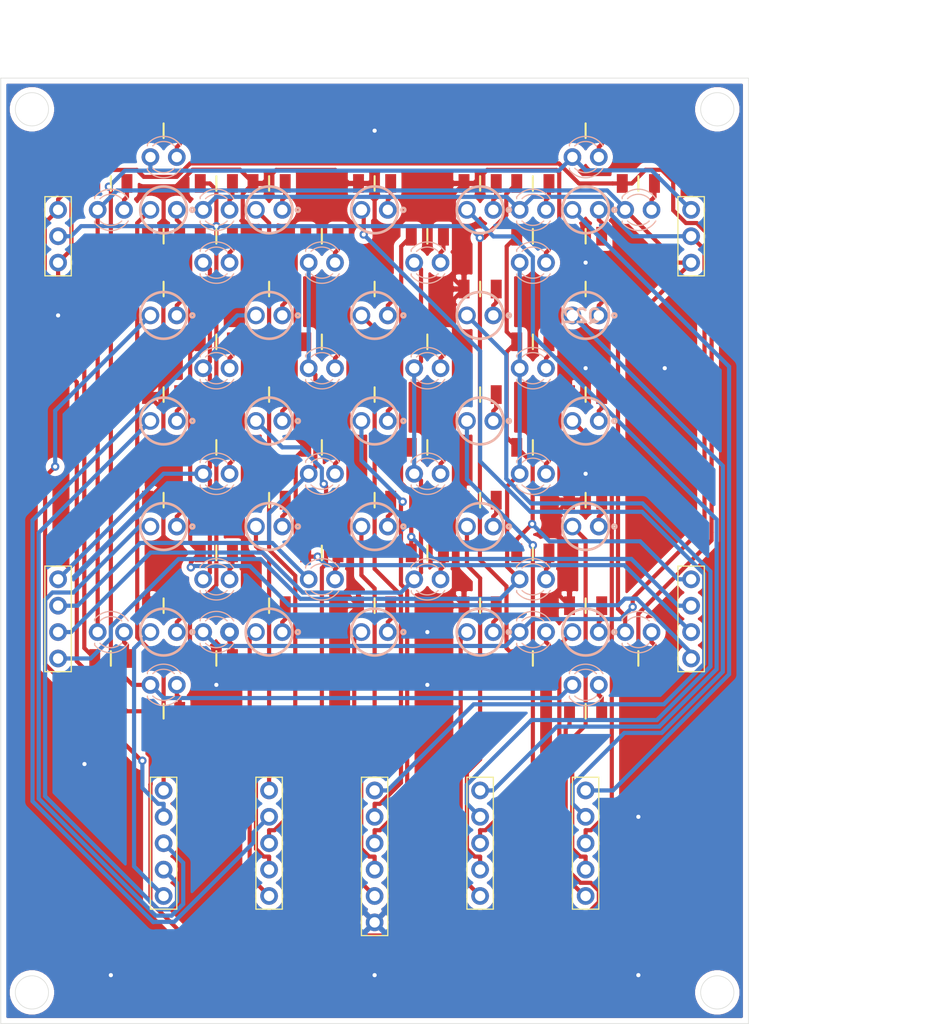
<source format=kicad_pcb>
(kicad_pcb (version 20171130) (host pcbnew "(5.1.8)-1")
  (layers (0 F.Cu signal) (31 B.Cu signal) (34 B.Paste user) (35 F.Paste user) (36 B.SilkS user) (37 F.SilkS user) (38 B.Mask user) (39 F.Mask user) (44 Edge.Cuts user))
  (net 0 "")
  (net 1 "Net-(D1-Pad1)")
  (net 2 "Net-(D1-Pad2)")
  (net 3 "Net-(D2-Pad2)")
  (net 4 "Net-(D3-Pad2)")
  (net 5 "Net-(D4-Pad2)")
  (net 6 "Net-(D5-Pad1)")
  (net 7 "Net-(D5-Pad2)")
  (net 8 "Net-(D6-Pad2)")
  (net 9 "Net-(D7-Pad2)")
  (net 10 "Net-(D8-Pad2)")
  (net 11 "Net-(D10-Pad1)")
  (net 12 "Net-(D9-Pad2)")
  (net 13 "Net-(D10-Pad2)")
  (net 14 "Net-(D11-Pad2)")
  (net 15 "Net-(D12-Pad2)")
  (net 16 "Net-(D13-Pad2)")
  (net 17 "Net-(D13-Pad1)")
  (net 18 "Net-(D14-Pad2)")
  (net 19 "Net-(D15-Pad2)")
  (net 20 "Net-(D16-Pad2)")
  (net 21 "Net-(D17-Pad2)")
  (net 22 "Net-(D17-Pad1)")
  (net 23 "Net-(D18-Pad2)")
  (net 24 "Net-(D19-Pad2)")
  (net 25 "Net-(D20-Pad2)")
  (net 26 "Net-(D21-Pad2)")
  (net 27 "Net-(D21-Pad1)")
  (net 28 "Net-(D22-Pad2)")
  (net 29 "Net-(D23-Pad2)")
  (net 30 "Net-(D24-Pad2)")
  (net 31 "Net-(D25-Pad2)")
  (net 32 "Net-(D25-Pad1)")
  (net 33 "Net-(D26-Pad2)")
  (net 34 "Net-(D27-Pad2)")
  (net 35 "Net-(D28-Pad2)")
  (net 36 "Net-(J1-Pad1)")
  (net 37 "Net-(J2-Pad1)")
  (net 38 "Net-(J2-Pad2)")
  (net 39 "Net-(J2-Pad3)")
  (net 40 "Net-(J2-Pad4)")
  (net 41 "Net-(J2-Pad5)")
  (net 42 "Net-(J3-Pad1)")
  (net 43 "Net-(J3-Pad2)")
  (net 44 "Net-(J3-Pad3)")
  (net 45 "Net-(J3-Pad4)")
  (net 46 "Net-(J5-Pad5)")
  (net 47 "Net-(J5-Pad4)")
  (net 48 "Net-(J5-Pad3)")
  (net 49 "Net-(J5-Pad2)")
  (net 50 "Net-(J5-Pad1)")
  (net 51 "Net-(J6-Pad1)")
  (net 52 "Net-(J6-Pad2)")
  (net 53 "Net-(J6-Pad3)")
  (net 54 "Net-(J6-Pad4)")
  (net 55 "Net-(J6-Pad5)")
  (net 56 "Net-(J7-Pad5)")
  (net 57 "Net-(J7-Pad4)")
  (net 58 "Net-(J7-Pad3)")
  (net 59 "Net-(J7-Pad2)")
  (net 60 "Net-(J7-Pad1)")
  (net 61 "Net-(J8-Pad1)")
  (net 62 "Net-(J8-Pad2)")
  (net 63 "Net-(J8-Pad3)")
  (net 64 "Net-(J8-Pad4)")
  (net 65 "Net-(J8-Pad5)")
  (net 66 "Net-(J9-Pad3)")
  (net 67 "Net-(J9-Pad2)")
  (net 68 "Net-(J9-Pad1)")
  (net 69 "Net-(Q1-Pad1)")
  (net 70 "Net-(Q2-Pad1)")
  (net 71 "Net-(Q3-Pad1)")
  (net 72 "Net-(Q4-Pad1)")
  (net 73 "Net-(Q5-Pad1)")
  (net 74 "Net-(Q6-Pad1)")
  (net 75 "Net-(Q7-Pad1)")
  (net 76 "Net-(Q8-Pad1)")
  (net 77 "Net-(Q9-Pad1)")
  (net 78 "Net-(Q10-Pad1)")
  (net 79 "Net-(Q11-Pad1)")
  (net 80 "Net-(Q12-Pad1)")
  (net 81 "Net-(Q13-Pad1)")
  (net 82 "Net-(Q14-Pad1)")
  (net 83 "Net-(Q15-Pad1)")
  (net 84 "Net-(Q16-Pad1)")
  (net 85 "Net-(Q17-Pad1)")
  (net 86 "Net-(Q18-Pad1)")
  (net 87 "Net-(Q19-Pad1)")
  (net 88 "Net-(Q20-Pad1)")
  (net 89 "Net-(Q21-Pad1)")
  (net 90 "Net-(Q22-Pad1)")
  (net 91 "Net-(Q23-Pad1)")
  (net 92 "Net-(Q24-Pad1)")
  (net 93 "Net-(Q25-Pad1)")
  (module Connector_PinHeader_2.54mm:PinHeader_1x05_P2.54mm_Vertical (layer F.Cu) (at 212.32 129.72 180)
    (fp_text reference J8)
    (fp_text value Conn_01x05_Male)
    (pad 1 thru_hole circle (at 0 0 180) (size 1.7 1.7) (drill 1) (layers *.Cu *.Mask) (net 61 "Net-(J8-Pad1)"))
    (pad 2 thru_hole oval (at 0 2.54 180) (size 1.7 1.7) (drill 1) (layers *.Cu *.Mask) (net 62 "Net-(J8-Pad2)"))
    (pad 3 thru_hole oval (at 0 5.08 180) (size 1.7 1.7) (drill 1) (layers *.Cu *.Mask) (net 63 "Net-(J8-Pad3)"))
    (pad 4 thru_hole oval (at 0 7.62 180) (size 1.7 1.7) (drill 1) (layers *.Cu *.Mask) (net 64 "Net-(J8-Pad4)"))
    (pad 5 thru_hole oval (at 0 10.16 180) (size 1.7 1.7) (drill 1) (layers *.Cu *.Mask) (net 65 "Net-(J8-Pad5)"))
  )
  (module Connector_PinHeader_2.54mm:PinHeader_1x05_P2.54mm_Vertical (layer F.Cu) (at 202.16 129.72 180)
    (fp_text reference J7)
    (fp_text value Conn_01x05_Male)
    (pad 1 thru_hole circle (at 0 0 180) (size 1.7 1.7) (drill 1) (layers *.Cu *.Mask) (net 60 "Net-(J7-Pad1)"))
    (pad 2 thru_hole oval (at 0 2.54 180) (size 1.7 1.7) (drill 1) (layers *.Cu *.Mask) (net 59 "Net-(J7-Pad2)"))
    (pad 3 thru_hole oval (at 0 5.08 180) (size 1.7 1.7) (drill 1) (layers *.Cu *.Mask) (net 58 "Net-(J7-Pad3)"))
    (pad 4 thru_hole oval (at 0 7.62 180) (size 1.7 1.7) (drill 1) (layers *.Cu *.Mask) (net 57 "Net-(J7-Pad4)"))
    (pad 5 thru_hole oval (at 0 10.16 180) (size 1.7 1.7) (drill 1) (layers *.Cu *.Mask) (net 56 "Net-(J7-Pad5)"))
  )
  (module Connector_PinHeader_2.54mm:PinHeader_1x01_P2.54mm_Vertical (layer F.Cu) (at 192 132.26)
    (fp_text reference J1)
    (fp_text value Conn_01x01_Male)
    (pad 1 thru_hole circle (at 0 0) (size 1.7 1.7) (drill 1) (layers *.Cu *.Mask) (net 36 "Net-(J1-Pad1)"))
  )
  (module Connector_PinHeader_2.54mm:PinHeader_1x05_P2.54mm_Vertical (layer F.Cu) (at 192 129.72 180)
    (fp_text reference J6)
    (fp_text value Conn_01x05_Male)
    (pad 1 thru_hole circle (at 0 0 180) (size 1.7 1.7) (drill 1) (layers *.Cu *.Mask) (net 51 "Net-(J6-Pad1)"))
    (pad 2 thru_hole oval (at 0 2.54 180) (size 1.7 1.7) (drill 1) (layers *.Cu *.Mask) (net 52 "Net-(J6-Pad2)"))
    (pad 3 thru_hole oval (at 0 5.08 180) (size 1.7 1.7) (drill 1) (layers *.Cu *.Mask) (net 53 "Net-(J6-Pad3)"))
    (pad 4 thru_hole oval (at 0 7.62 180) (size 1.7 1.7) (drill 1) (layers *.Cu *.Mask) (net 54 "Net-(J6-Pad4)"))
    (pad 5 thru_hole oval (at 0 10.16 180) (size 1.7 1.7) (drill 1) (layers *.Cu *.Mask) (net 55 "Net-(J6-Pad5)"))
  )
  (module Connector_PinHeader_2.54mm:PinHeader_1x05_P2.54mm_Vertical (layer F.Cu) (at 181.84 129.72 180)
    (fp_text reference J5)
    (fp_text value Conn_01x05_Male)
    (pad 5 thru_hole oval (at 0 10.16 180) (size 1.7 1.7) (drill 1) (layers *.Cu *.Mask) (net 46 "Net-(J5-Pad5)"))
    (pad 4 thru_hole oval (at 0 7.62 180) (size 1.7 1.7) (drill 1) (layers *.Cu *.Mask) (net 47 "Net-(J5-Pad4)"))
    (pad 3 thru_hole oval (at 0 5.08 180) (size 1.7 1.7) (drill 1) (layers *.Cu *.Mask) (net 48 "Net-(J5-Pad3)"))
    (pad 2 thru_hole oval (at 0 2.54 180) (size 1.7 1.7) (drill 1) (layers *.Cu *.Mask) (net 49 "Net-(J5-Pad2)"))
    (pad 1 thru_hole circle (at 0 0 180) (size 1.7 1.7) (drill 1) (layers *.Cu *.Mask) (net 50 "Net-(J5-Pad1)"))
  )
  (module Connector_PinHeader_2.54mm:PinHeader_1x05_P2.54mm_Vertical (layer F.Cu) (at 171.68 129.72 180)
    (fp_text reference J2)
    (fp_text value Conn_01x05_Male)
    (pad 1 thru_hole circle (at 0 0 180) (size 1.7 1.7) (drill 1) (layers *.Cu *.Mask) (net 37 "Net-(J2-Pad1)"))
    (pad 2 thru_hole oval (at 0 2.54 180) (size 1.7 1.7) (drill 1) (layers *.Cu *.Mask) (net 38 "Net-(J2-Pad2)"))
    (pad 3 thru_hole oval (at 0 5.08 180) (size 1.7 1.7) (drill 1) (layers *.Cu *.Mask) (net 39 "Net-(J2-Pad3)"))
    (pad 4 thru_hole oval (at 0 7.62 180) (size 1.7 1.7) (drill 1) (layers *.Cu *.Mask) (net 40 "Net-(J2-Pad4)"))
    (pad 5 thru_hole oval (at 0 10.16 180) (size 1.7 1.7) (drill 1) (layers *.Cu *.Mask) (net 41 "Net-(J2-Pad5)"))
  )
  (module Connector_PinHeader_2.54mm:PinHeader_1x04_P2.54mm_Vertical (layer F.Cu) (at 222.48 106.86 180)
    (fp_text reference J3)
    (fp_text value Conn_01x04_Male)
    (pad 1 thru_hole circle (at 0 0 180) (size 1.7 1.7) (drill 1) (layers *.Cu *.Mask) (net 42 "Net-(J3-Pad1)"))
    (pad 2 thru_hole oval (at 0 2.54 180) (size 1.7 1.7) (drill 1) (layers *.Cu *.Mask) (net 43 "Net-(J3-Pad2)"))
    (pad 3 thru_hole oval (at 0 5.08 180) (size 1.7 1.7) (drill 1) (layers *.Cu *.Mask) (net 44 "Net-(J3-Pad3)"))
    (pad 4 thru_hole oval (at 0 7.62 180) (size 1.7 1.7) (drill 1) (layers *.Cu *.Mask) (net 45 "Net-(J3-Pad4)"))
  )
  (module Connector_PinHeader_2.54mm:PinHeader_1x04_P2.54mm_Vertical (layer F.Cu) (at 161.52 99.24)
    (fp_text reference J4)
    (fp_text value Conn_01x04_Male)
    (pad 4 thru_hole oval (at 0 7.62) (size 1.7 1.7) (drill 1) (layers *.Cu *.Mask) (net 17 "Net-(D13-Pad1)"))
    (pad 3 thru_hole oval (at 0 5.08) (size 1.7 1.7) (drill 1) (layers *.Cu *.Mask) (net 11 "Net-(D10-Pad1)"))
    (pad 2 thru_hole oval (at 0 2.54) (size 1.7 1.7) (drill 1) (layers *.Cu *.Mask) (net 6 "Net-(D5-Pad1)"))
    (pad 1 thru_hole circle (at 0 0) (size 1.7 1.7) (drill 1) (layers *.Cu *.Mask) (net 1 "Net-(D1-Pad1)"))
  )
  (module Connector_PinHeader_2.54mm:PinHeader_1x03_P2.54mm_Vertical (layer F.Cu) (at 161.52 63.68)
    (fp_text reference J9)
    (fp_text value Conn_01x03_Male)
    (pad 3 thru_hole oval (at 0 5.08) (size 1.7 1.7) (drill 1) (layers *.Cu *.Mask) (net 66 "Net-(J9-Pad3)"))
    (pad 2 thru_hole oval (at 0 2.54) (size 1.7 1.7) (drill 1) (layers *.Cu *.Mask) (net 67 "Net-(J9-Pad2)"))
    (pad 1 thru_hole circle (at 0 0) (size 1.7 1.7) (drill 1) (layers *.Cu *.Mask) (net 68 "Net-(J9-Pad1)"))
  )
  (module SamacSys_Parts:NJL7502L (layer B.Cu) (at 171.68 63.68)
    (fp_text reference Q1)
    (fp_text value Q_Photo_NPN hide)
    (pad 2 thru_hole circle (at -1.27 0) (size 1.7 1.7) (drill 1.1) (layers *.Cu *.Mask) (net 41 "Net-(J2-Pad5)"))
    (pad 1 thru_hole circle (at 1.27 0) (size 1.7 1.7) (drill 1) (layers *.Cu *.Mask) (net 69 "Net-(Q1-Pad1)"))
  )
  (module SamacSys_Parts:NJL7502L (layer B.Cu) (at 171.68 73.84)
    (fp_text reference Q2)
    (fp_text value Q_Photo_NPN hide)
    (pad 2 thru_hole circle (at -1.27 0) (size 1.7 1.7) (drill 1.1) (layers *.Cu *.Mask) (net 40 "Net-(J2-Pad4)"))
    (pad 1 thru_hole circle (at 1.27 0) (size 1.7 1.7) (drill 1) (layers *.Cu *.Mask) (net 70 "Net-(Q2-Pad1)"))
  )
  (module SamacSys_Parts:NJL7502L (layer B.Cu) (at 171.68 84)
    (fp_text reference Q3)
    (fp_text value Q_Photo_NPN hide)
    (pad 2 thru_hole circle (at -1.27 0) (size 1.7 1.7) (drill 1.1) (layers *.Cu *.Mask) (net 39 "Net-(J2-Pad3)"))
    (pad 1 thru_hole circle (at 1.27 0) (size 1.7 1.7) (drill 1) (layers *.Cu *.Mask) (net 71 "Net-(Q3-Pad1)"))
  )
  (module SamacSys_Parts:NJL7502L (layer B.Cu) (at 171.68 94.16)
    (fp_text reference Q4)
    (fp_text value Q_Photo_NPN hide)
    (pad 2 thru_hole circle (at -1.27 0) (size 1.7 1.7) (drill 1.1) (layers *.Cu *.Mask) (net 38 "Net-(J2-Pad2)"))
    (pad 1 thru_hole circle (at 1.27 0) (size 1.7 1.7) (drill 1) (layers *.Cu *.Mask) (net 72 "Net-(Q4-Pad1)"))
  )
  (module SamacSys_Parts:NJL7502L (layer B.Cu) (at 171.68 104.32)
    (fp_text reference Q5)
    (fp_text value Q_Photo_NPN hide)
    (pad 2 thru_hole circle (at -1.27 0) (size 1.7 1.7) (drill 1.1) (layers *.Cu *.Mask) (net 37 "Net-(J2-Pad1)"))
    (pad 1 thru_hole circle (at 1.27 0) (size 1.7 1.7) (drill 1) (layers *.Cu *.Mask) (net 73 "Net-(Q5-Pad1)"))
  )
  (module SamacSys_Parts:NJL7502L (layer B.Cu) (at 181.84 63.68)
    (fp_text reference Q6)
    (fp_text value Q_Photo_NPN hide)
    (pad 2 thru_hole circle (at -1.27 0) (size 1.7 1.7) (drill 1.1) (layers *.Cu *.Mask) (net 46 "Net-(J5-Pad5)"))
    (pad 1 thru_hole circle (at 1.27 0) (size 1.7 1.7) (drill 1) (layers *.Cu *.Mask) (net 74 "Net-(Q6-Pad1)"))
  )
  (module SamacSys_Parts:NJL7502L (layer B.Cu) (at 181.84 73.84)
    (fp_text reference Q7)
    (fp_text value Q_Photo_NPN hide)
    (pad 2 thru_hole circle (at -1.27 0) (size 1.7 1.7) (drill 1.1) (layers *.Cu *.Mask) (net 47 "Net-(J5-Pad4)"))
    (pad 1 thru_hole circle (at 1.27 0) (size 1.7 1.7) (drill 1) (layers *.Cu *.Mask) (net 75 "Net-(Q7-Pad1)"))
  )
  (module SamacSys_Parts:NJL7502L (layer B.Cu) (at 181.84 84)
    (fp_text reference Q8)
    (fp_text value Q_Photo_NPN hide)
    (pad 2 thru_hole circle (at -1.27 0) (size 1.7 1.7) (drill 1.1) (layers *.Cu *.Mask) (net 48 "Net-(J5-Pad3)"))
    (pad 1 thru_hole circle (at 1.27 0) (size 1.7 1.7) (drill 1) (layers *.Cu *.Mask) (net 76 "Net-(Q8-Pad1)"))
  )
  (module SamacSys_Parts:NJL7502L (layer B.Cu) (at 181.84 94.16)
    (fp_text reference Q9)
    (fp_text value Q_Photo_NPN hide)
    (pad 2 thru_hole circle (at -1.27 0) (size 1.7 1.7) (drill 1.1) (layers *.Cu *.Mask) (net 49 "Net-(J5-Pad2)"))
    (pad 1 thru_hole circle (at 1.27 0) (size 1.7 1.7) (drill 1) (layers *.Cu *.Mask) (net 77 "Net-(Q9-Pad1)"))
  )
  (module SamacSys_Parts:NJL7502L (layer B.Cu) (at 181.84 104.32)
    (fp_text reference Q10)
    (fp_text value Q_Photo_NPN hide)
    (pad 2 thru_hole circle (at -1.27 0) (size 1.7 1.7) (drill 1.1) (layers *.Cu *.Mask) (net 50 "Net-(J5-Pad1)"))
    (pad 1 thru_hole circle (at 1.27 0) (size 1.7 1.7) (drill 1) (layers *.Cu *.Mask) (net 78 "Net-(Q10-Pad1)"))
  )
  (module SamacSys_Parts:NJL7502L (layer B.Cu) (at 192 63.68)
    (fp_text reference Q11)
    (fp_text value Q_Photo_NPN hide)
    (pad 2 thru_hole circle (at -1.27 0) (size 1.7 1.7) (drill 1.1) (layers *.Cu *.Mask) (net 55 "Net-(J6-Pad5)"))
    (pad 1 thru_hole circle (at 1.27 0) (size 1.7 1.7) (drill 1) (layers *.Cu *.Mask) (net 79 "Net-(Q11-Pad1)"))
  )
  (module SamacSys_Parts:NJL7502L (layer B.Cu) (at 192 73.84)
    (fp_text reference Q12)
    (fp_text value Q_Photo_NPN hide)
    (pad 2 thru_hole circle (at -1.27 0) (size 1.7 1.7) (drill 1.1) (layers *.Cu *.Mask) (net 54 "Net-(J6-Pad4)"))
    (pad 1 thru_hole circle (at 1.27 0) (size 1.7 1.7) (drill 1) (layers *.Cu *.Mask) (net 80 "Net-(Q12-Pad1)"))
  )
  (module SamacSys_Parts:NJL7502L (layer B.Cu) (at 192 84)
    (fp_text reference Q13)
    (fp_text value Q_Photo_NPN hide)
    (pad 2 thru_hole circle (at -1.27 0) (size 1.7 1.7) (drill 1.1) (layers *.Cu *.Mask) (net 53 "Net-(J6-Pad3)"))
    (pad 1 thru_hole circle (at 1.27 0) (size 1.7 1.7) (drill 1) (layers *.Cu *.Mask) (net 81 "Net-(Q13-Pad1)"))
  )
  (module SamacSys_Parts:NJL7502L (layer B.Cu) (at 192 94.16)
    (fp_text reference Q14)
    (fp_text value Q_Photo_NPN hide)
    (pad 2 thru_hole circle (at -1.27 0) (size 1.7 1.7) (drill 1.1) (layers *.Cu *.Mask) (net 52 "Net-(J6-Pad2)"))
    (pad 1 thru_hole circle (at 1.27 0) (size 1.7 1.7) (drill 1) (layers *.Cu *.Mask) (net 82 "Net-(Q14-Pad1)"))
  )
  (module SamacSys_Parts:NJL7502L (layer B.Cu) (at 192 104.32)
    (fp_text reference Q15)
    (fp_text value Q_Photo_NPN hide)
    (pad 2 thru_hole circle (at -1.27 0) (size 1.7 1.7) (drill 1.1) (layers *.Cu *.Mask) (net 51 "Net-(J6-Pad1)"))
    (pad 1 thru_hole circle (at 1.27 0) (size 1.7 1.7) (drill 1) (layers *.Cu *.Mask) (net 83 "Net-(Q15-Pad1)"))
  )
  (module SamacSys_Parts:NJL7502L (layer B.Cu) (at 202.16 63.68)
    (fp_text reference Q16)
    (fp_text value Q_Photo_NPN hide)
    (pad 2 thru_hole circle (at -1.27 0) (size 1.7 1.7) (drill 1.1) (layers *.Cu *.Mask) (net 56 "Net-(J7-Pad5)"))
    (pad 1 thru_hole circle (at 1.27 0) (size 1.7 1.7) (drill 1) (layers *.Cu *.Mask) (net 84 "Net-(Q16-Pad1)"))
  )
  (module SamacSys_Parts:NJL7502L (layer B.Cu) (at 202.16 73.84)
    (fp_text reference Q17)
    (fp_text value Q_Photo_NPN hide)
    (pad 2 thru_hole circle (at -1.27 0) (size 1.7 1.7) (drill 1.1) (layers *.Cu *.Mask) (net 57 "Net-(J7-Pad4)"))
    (pad 1 thru_hole circle (at 1.27 0) (size 1.7 1.7) (drill 1) (layers *.Cu *.Mask) (net 85 "Net-(Q17-Pad1)"))
  )
  (module SamacSys_Parts:NJL7502L (layer B.Cu) (at 202.16 84)
    (fp_text reference Q18)
    (fp_text value Q_Photo_NPN hide)
    (pad 2 thru_hole circle (at -1.27 0) (size 1.7 1.7) (drill 1.1) (layers *.Cu *.Mask) (net 58 "Net-(J7-Pad3)"))
    (pad 1 thru_hole circle (at 1.27 0) (size 1.7 1.7) (drill 1) (layers *.Cu *.Mask) (net 86 "Net-(Q18-Pad1)"))
  )
  (module SamacSys_Parts:NJL7502L (layer B.Cu) (at 202.16 94.16)
    (fp_text reference Q19)
    (fp_text value Q_Photo_NPN hide)
    (pad 2 thru_hole circle (at -1.27 0) (size 1.7 1.7) (drill 1.1) (layers *.Cu *.Mask) (net 59 "Net-(J7-Pad2)"))
    (pad 1 thru_hole circle (at 1.27 0) (size 1.7 1.7) (drill 1) (layers *.Cu *.Mask) (net 87 "Net-(Q19-Pad1)"))
  )
  (module SamacSys_Parts:NJL7502L (layer B.Cu) (at 202.16 104.32)
    (fp_text reference Q20)
    (fp_text value Q_Photo_NPN hide)
    (pad 2 thru_hole circle (at -1.27 0) (size 1.7 1.7) (drill 1.1) (layers *.Cu *.Mask) (net 60 "Net-(J7-Pad1)"))
    (pad 1 thru_hole circle (at 1.27 0) (size 1.7 1.7) (drill 1) (layers *.Cu *.Mask) (net 88 "Net-(Q20-Pad1)"))
  )
  (module SamacSys_Parts:NJL7502L (layer B.Cu) (at 212.32 63.68)
    (fp_text reference Q21)
    (fp_text value Q_Photo_NPN hide)
    (pad 2 thru_hole circle (at -1.27 0) (size 1.7 1.7) (drill 1.1) (layers *.Cu *.Mask) (net 65 "Net-(J8-Pad5)"))
    (pad 1 thru_hole circle (at 1.27 0) (size 1.7 1.7) (drill 1) (layers *.Cu *.Mask) (net 89 "Net-(Q21-Pad1)"))
  )
  (module SamacSys_Parts:NJL7502L (layer B.Cu) (at 212.32 73.84)
    (fp_text reference Q22 (at -0.332 0.049) (layer B.SilkS) (effects (font (size 1.27 1.27) (thickness 0.254)) (justify mirror)))
    (fp_text value Q_Photo_NPN hide)
    (pad 2 thru_hole circle (at -1.27 0) (size 1.7 1.7) (drill 1.1) (layers *.Cu *.Mask) (net 64 "Net-(J8-Pad4)"))
    (pad 1 thru_hole circle (at 1.27 0) (size 1.7 1.7) (drill 1) (layers *.Cu *.Mask) (net 90 "Net-(Q22-Pad1)"))
  )
  (module SamacSys_Parts:NJL7502L (layer B.Cu) (at 212.32 84)
    (fp_text reference Q23)
    (fp_text value Q_Photo_NPN hide)
    (pad 2 thru_hole circle (at -1.27 0) (size 1.7 1.7) (drill 1.1) (layers *.Cu *.Mask) (net 63 "Net-(J8-Pad3)"))
    (pad 1 thru_hole circle (at 1.27 0) (size 1.7 1.7) (drill 1) (layers *.Cu *.Mask) (net 91 "Net-(Q23-Pad1)"))
  )
  (module SamacSys_Parts:NJL7502L (layer B.Cu) (at 212.32 94.16)
    (fp_text reference Q24)
    (fp_text value Q_Photo_NPN hide)
    (pad 2 thru_hole circle (at -1.27 0) (size 1.7 1.7) (drill 1.1) (layers *.Cu *.Mask) (net 62 "Net-(J8-Pad2)"))
    (pad 1 thru_hole circle (at 1.27 0) (size 1.7 1.7) (drill 1) (layers *.Cu *.Mask) (net 92 "Net-(Q24-Pad1)"))
  )
  (module SamacSys_Parts:NJL7502L (layer B.Cu) (at 212.32 104.32)
    (fp_text reference Q25)
    (fp_text value Q_Photo_NPN hide)
    (pad 2 thru_hole circle (at -1.27 0) (size 1.7 1.7) (drill 1.1) (layers *.Cu *.Mask) (net 61 "Net-(J8-Pad1)"))
    (pad 1 thru_hole circle (at 1.27 0) (size 1.7 1.7) (drill 1) (layers *.Cu *.Mask) (net 93 "Net-(Q25-Pad1)"))
  )
  (module Connector_PinHeader_2.54mm:PinHeader_1x03_P2.54mm_Vertical (layer F.Cu) (at 222.48 63.68)
    (fp_text reference J10)
    (fp_text value Conn_01x03_Male)
    (pad 1 thru_hole circle (at 0 0) (size 1.7 1.7) (drill 1) (layers *.Cu *.Mask) (net 22 "Net-(D17-Pad1)"))
    (pad 2 thru_hole oval (at 0 2.54) (size 1.7 1.7) (drill 1) (layers *.Cu *.Mask) (net 27 "Net-(D21-Pad1)"))
    (pad 3 thru_hole oval (at 0 5.08) (size 1.7 1.7) (drill 1) (layers *.Cu *.Mask) (net 32 "Net-(D25-Pad1)"))
  )
  (module LED_THT:LED_D3.0mm_Clear (layer B.Cu) (at 175.49 68.76)
    (fp_text reference D1)
    (fp_text value LED)
    (pad 1 thru_hole circle (at 0 0) (size 1.7 1.7) (drill 1) (layers *.Cu *.Mask) (net 1 "Net-(D1-Pad1)"))
    (pad 2 thru_hole circle (at 2.54 0) (size 1.7 1.7) (drill 1) (layers *.Cu *.Mask) (net 2 "Net-(D1-Pad2)"))
  )
  (module LED_THT:LED_D3.0mm_Clear (layer B.Cu) (at 175.49 78.92)
    (fp_text reference D2)
    (fp_text value LED)
    (pad 2 thru_hole circle (at 2.54 0) (size 1.7 1.7) (drill 1) (layers *.Cu *.Mask) (net 3 "Net-(D2-Pad2)"))
    (pad 1 thru_hole circle (at 0 0) (size 1.7 1.7) (drill 1) (layers *.Cu *.Mask) (net 1 "Net-(D1-Pad1)"))
  )
  (module LED_THT:LED_D3.0mm_Clear (layer B.Cu) (at 175.49 89.08)
    (fp_text reference D3)
    (fp_text value LED)
    (pad 2 thru_hole circle (at 2.54 0) (size 1.7 1.7) (drill 1) (layers *.Cu *.Mask) (net 4 "Net-(D3-Pad2)"))
    (pad 1 thru_hole circle (at 0 0) (size 1.7 1.7) (drill 1) (layers *.Cu *.Mask) (net 1 "Net-(D1-Pad1)"))
  )
  (module LED_THT:LED_D3.0mm_Clear (layer B.Cu) (at 175.49 99.24)
    (fp_text reference D4)
    (fp_text value LED)
    (pad 1 thru_hole circle (at 0 0) (size 1.7 1.7) (drill 1) (layers *.Cu *.Mask) (net 1 "Net-(D1-Pad1)"))
    (pad 2 thru_hole circle (at 2.54 0) (size 1.7 1.7) (drill 1) (layers *.Cu *.Mask) (net 5 "Net-(D4-Pad2)"))
  )
  (module LED_THT:LED_D3.0mm_Clear (layer B.Cu) (at 185.65 68.76)
    (fp_text reference D5)
    (fp_text value LED)
    (pad 1 thru_hole circle (at 0 0) (size 1.7 1.7) (drill 1) (layers *.Cu *.Mask) (net 6 "Net-(D5-Pad1)"))
    (pad 2 thru_hole circle (at 2.54 0) (size 1.7 1.7) (drill 1) (layers *.Cu *.Mask) (net 7 "Net-(D5-Pad2)"))
  )
  (module LED_THT:LED_D3.0mm_Clear (layer B.Cu) (at 185.65 78.92)
    (fp_text reference D6)
    (fp_text value LED)
    (pad 2 thru_hole circle (at 2.54 0) (size 1.7 1.7) (drill 1) (layers *.Cu *.Mask) (net 8 "Net-(D6-Pad2)"))
    (pad 1 thru_hole circle (at 0 0) (size 1.7 1.7) (drill 1) (layers *.Cu *.Mask) (net 6 "Net-(D5-Pad1)"))
  )
  (module LED_THT:LED_D3.0mm_Clear (layer B.Cu) (at 185.65 89.08)
    (fp_text reference D7)
    (fp_text value LED)
    (pad 1 thru_hole circle (at 0 0) (size 1.7 1.7) (drill 1) (layers *.Cu *.Mask) (net 6 "Net-(D5-Pad1)"))
    (pad 2 thru_hole circle (at 2.54 0) (size 1.7 1.7) (drill 1) (layers *.Cu *.Mask) (net 9 "Net-(D7-Pad2)"))
  )
  (module LED_THT:LED_D3.0mm_Clear (layer B.Cu) (at 185.65 99.24)
    (fp_text reference D8)
    (fp_text value LED)
    (pad 2 thru_hole circle (at 2.54 0) (size 1.7 1.7) (drill 1) (layers *.Cu *.Mask) (net 10 "Net-(D8-Pad2)"))
    (pad 1 thru_hole circle (at 0 0) (size 1.7 1.7) (drill 1) (layers *.Cu *.Mask) (net 6 "Net-(D5-Pad1)"))
  )
  (module LED_THT:LED_D3.0mm_Clear (layer B.Cu) (at 195.81 68.76)
    (fp_text reference D9)
    (fp_text value LED)
    (pad 1 thru_hole circle (at 0 0) (size 1.7 1.7) (drill 1) (layers *.Cu *.Mask) (net 11 "Net-(D10-Pad1)"))
    (pad 2 thru_hole circle (at 2.54 0) (size 1.7 1.7) (drill 1) (layers *.Cu *.Mask) (net 12 "Net-(D9-Pad2)"))
  )
  (module LED_THT:LED_D3.0mm_Clear (layer B.Cu) (at 195.81 78.92)
    (fp_text reference D10)
    (fp_text value LED)
    (pad 1 thru_hole circle (at 0 0) (size 1.7 1.7) (drill 1) (layers *.Cu *.Mask) (net 11 "Net-(D10-Pad1)"))
    (pad 2 thru_hole circle (at 2.54 0) (size 1.7 1.7) (drill 1) (layers *.Cu *.Mask) (net 13 "Net-(D10-Pad2)"))
  )
  (module LED_THT:LED_D3.0mm_Clear (layer B.Cu) (at 195.81 89.08)
    (fp_text reference D11)
    (fp_text value LED)
    (pad 2 thru_hole circle (at 2.54 0) (size 1.7 1.7) (drill 1) (layers *.Cu *.Mask) (net 14 "Net-(D11-Pad2)"))
    (pad 1 thru_hole circle (at 0 0) (size 1.7 1.7) (drill 1) (layers *.Cu *.Mask) (net 11 "Net-(D10-Pad1)"))
  )
  (module LED_THT:LED_D3.0mm_Clear (layer B.Cu) (at 195.81 99.24)
    (fp_text reference D12)
    (fp_text value LED)
    (pad 1 thru_hole circle (at 0 0) (size 1.7 1.7) (drill 1) (layers *.Cu *.Mask) (net 11 "Net-(D10-Pad1)"))
    (pad 2 thru_hole circle (at 2.54 0) (size 1.7 1.7) (drill 1) (layers *.Cu *.Mask) (net 15 "Net-(D12-Pad2)"))
  )
  (module LED_THT:LED_D3.0mm_Clear (layer B.Cu) (at 205.97 68.76)
    (fp_text reference D13)
    (fp_text value LED)
    (pad 2 thru_hole circle (at 2.54 0) (size 1.7 1.7) (drill 1) (layers *.Cu *.Mask) (net 16 "Net-(D13-Pad2)"))
    (pad 1 thru_hole circle (at 0 0) (size 1.7 1.7) (drill 1) (layers *.Cu *.Mask) (net 17 "Net-(D13-Pad1)"))
  )
  (module LED_THT:LED_D3.0mm_Clear (layer B.Cu) (at 205.97 78.92)
    (fp_text reference D14)
    (fp_text value LED)
    (pad 1 thru_hole circle (at 0 0) (size 1.7 1.7) (drill 1) (layers *.Cu *.Mask) (net 17 "Net-(D13-Pad1)"))
    (pad 2 thru_hole circle (at 2.54 0) (size 1.7 1.7) (drill 1) (layers *.Cu *.Mask) (net 18 "Net-(D14-Pad2)"))
  )
  (module LED_THT:LED_D3.0mm_Clear (layer B.Cu) (at 205.97 89.08)
    (fp_text reference D15)
    (fp_text value LED)
    (pad 2 thru_hole circle (at 2.54 0) (size 1.7 1.7) (drill 1) (layers *.Cu *.Mask) (net 19 "Net-(D15-Pad2)"))
    (pad 1 thru_hole circle (at 0 0) (size 1.7 1.7) (drill 1) (layers *.Cu *.Mask) (net 17 "Net-(D13-Pad1)"))
  )
  (module LED_THT:LED_D3.0mm_Clear (layer B.Cu) (at 205.97 99.24)
    (fp_text reference D16)
    (fp_text value LED)
    (pad 1 thru_hole circle (at 0 0) (size 1.7 1.7) (drill 1) (layers *.Cu *.Mask) (net 17 "Net-(D13-Pad1)"))
    (pad 2 thru_hole circle (at 2.54 0) (size 1.7 1.7) (drill 1) (layers *.Cu *.Mask) (net 20 "Net-(D16-Pad2)"))
  )
  (module LED_THT:LED_D3.0mm_Clear (layer B.Cu) (at 170.41 58.6)
    (fp_text reference D17)
    (fp_text value LED)
    (pad 2 thru_hole circle (at 2.54 0) (size 1.7 1.7) (drill 1) (layers *.Cu *.Mask) (net 21 "Net-(D17-Pad2)"))
    (pad 1 thru_hole circle (at 0 0) (size 1.7 1.7) (drill 1) (layers *.Cu *.Mask) (net 22 "Net-(D17-Pad1)"))
  )
  (module LED_THT:LED_D3.0mm_Clear (layer B.Cu) (at 211.05 58.6)
    (fp_text reference D18)
    (fp_text value LED)
    (pad 1 thru_hole circle (at 0 0) (size 1.7 1.7) (drill 1) (layers *.Cu *.Mask) (net 22 "Net-(D17-Pad1)"))
    (pad 2 thru_hole circle (at 2.54 0) (size 1.7 1.7) (drill 1) (layers *.Cu *.Mask) (net 23 "Net-(D18-Pad2)"))
  )
  (module LED_THT:LED_D3.0mm_Clear (layer B.Cu) (at 211.05 109.4)
    (fp_text reference D19)
    (fp_text value LED)
    (pad 1 thru_hole circle (at 0 0) (size 1.7 1.7) (drill 1) (layers *.Cu *.Mask) (net 22 "Net-(D17-Pad1)"))
    (pad 2 thru_hole circle (at 2.54 0) (size 1.7 1.7) (drill 1) (layers *.Cu *.Mask) (net 24 "Net-(D19-Pad2)"))
  )
  (module LED_THT:LED_D3.0mm_Clear (layer B.Cu) (at 170.41 109.4)
    (fp_text reference D20)
    (fp_text value LED)
    (pad 1 thru_hole circle (at 0 0) (size 1.7 1.7) (drill 1) (layers *.Cu *.Mask) (net 22 "Net-(D17-Pad1)"))
    (pad 2 thru_hole circle (at 2.54 0) (size 1.7 1.7) (drill 1) (layers *.Cu *.Mask) (net 25 "Net-(D20-Pad2)"))
  )
  (module LED_THT:LED_D3.0mm_Clear (layer B.Cu) (at 175.49 63.68)
    (fp_text reference D21)
    (fp_text value LED)
    (pad 2 thru_hole circle (at 2.54 0) (size 1.7 1.7) (drill 1) (layers *.Cu *.Mask) (net 26 "Net-(D21-Pad2)"))
    (pad 1 thru_hole circle (at 0 0) (size 1.7 1.7) (drill 1) (layers *.Cu *.Mask) (net 27 "Net-(D21-Pad1)"))
  )
  (module LED_THT:LED_D3.0mm_Clear (layer B.Cu) (at 205.97 63.68)
    (fp_text reference D22)
    (fp_text value LED)
    (pad 2 thru_hole circle (at 2.54 0) (size 1.7 1.7) (drill 1) (layers *.Cu *.Mask) (net 28 "Net-(D22-Pad2)"))
    (pad 1 thru_hole circle (at 0 0) (size 1.7 1.7) (drill 1) (layers *.Cu *.Mask) (net 27 "Net-(D21-Pad1)"))
  )
  (module LED_THT:LED_D3.0mm_Clear (layer B.Cu) (at 205.97 104.32)
    (fp_text reference D23)
    (fp_text value LED)
    (pad 1 thru_hole circle (at 0 0) (size 1.7 1.7) (drill 1) (layers *.Cu *.Mask) (net 27 "Net-(D21-Pad1)"))
    (pad 2 thru_hole circle (at 2.54 0) (size 1.7 1.7) (drill 1) (layers *.Cu *.Mask) (net 29 "Net-(D23-Pad2)"))
  )
  (module LED_THT:LED_D3.0mm_Clear (layer B.Cu) (at 175.49 104.32)
    (fp_text reference D24)
    (fp_text value LED)
    (pad 2 thru_hole circle (at 2.54 0) (size 1.8 1.8) (drill 0.9) (layers *.Cu *.Mask) (net 30 "Net-(D24-Pad2)"))
    (pad 1 thru_hole circle (at 0 0) (size 1.7 1.7) (drill 1) (layers *.Cu *.Mask) (net 27 "Net-(D21-Pad1)"))
  )
  (module LED_THT:LED_D3.0mm_Clear (layer B.Cu) (at 165.33 63.68)
    (fp_text reference D25)
    (fp_text value LED)
    (pad 2 thru_hole circle (at 2.54 0) (size 1.7 1.7) (drill 1) (layers *.Cu *.Mask) (net 31 "Net-(D25-Pad2)"))
    (pad 1 thru_hole circle (at 0 0) (size 1.7 1.7) (drill 1) (layers *.Cu *.Mask) (net 32 "Net-(D25-Pad1)"))
  )
  (module LED_THT:LED_D3.0mm_Clear (layer B.Cu) (at 216.13 63.68)
    (fp_text reference D26)
    (fp_text value LED)
    (pad 1 thru_hole circle (at 0 0) (size 1.7 1.7) (drill 1) (layers *.Cu *.Mask) (net 32 "Net-(D25-Pad1)"))
    (pad 2 thru_hole circle (at 2.54 0) (size 1.7 1.7) (drill 1) (layers *.Cu *.Mask) (net 33 "Net-(D26-Pad2)"))
  )
  (module LED_THT:LED_D3.0mm_Clear (layer B.Cu) (at 216.13 104.32)
    (fp_text reference D27)
    (fp_text value LED)
    (pad 2 thru_hole circle (at 2.54 0) (size 1.7 1.7) (drill 1) (layers *.Cu *.Mask) (net 34 "Net-(D27-Pad2)"))
    (pad 1 thru_hole circle (at 0 0) (size 1.7 1.7) (drill 1) (layers *.Cu *.Mask) (net 32 "Net-(D25-Pad1)"))
  )
  (module LED_THT:LED_D3.0mm_Clear (layer B.Cu) (at 165.33 104.32)
    (fp_text reference D28)
    (fp_text value LED)
    (pad 2 thru_hole circle (at 2.54 0) (size 1.7 1.7) (drill 1) (layers *.Cu *.Mask) (net 35 "Net-(D28-Pad2)"))
    (pad 1 thru_hole circle (at 0 0) (size 1.7 1.7) (drill 1) (layers *.Cu *.Mask) (net 32 "Net-(D25-Pad1)"))
  )
  (module SamacSys_Parts:RESC3216X70N (layer F.Cu) (at 176.76 66.22)
    (fp_text reference R1)
    (fp_text value RK73B2BTTD910J hide)
    (pad 2 smd rect (at 1.55 0) (size 1.05 1.8) (layers F.Cu F.Paste F.Mask) (net 2 "Net-(D1-Pad2)"))
    (pad 1 smd rect (at -1.55 0) (size 1.05 1.8) (layers F.Cu F.Paste F.Mask) (net 42 "Net-(J3-Pad1)"))
  )
  (module SamacSys_Parts:RESC3216X70N (layer F.Cu) (at 176.76 76.38)
    (fp_text reference R2)
    (fp_text value RK73B2BTTD910J hide)
    (pad 1 smd rect (at -1.55 0) (size 1.05 1.8) (layers F.Cu F.Paste F.Mask) (net 42 "Net-(J3-Pad1)"))
    (pad 2 smd rect (at 1.55 0) (size 1.05 1.8) (layers F.Cu F.Paste F.Mask) (net 3 "Net-(D2-Pad2)"))
  )
  (module SamacSys_Parts:RESC3216X70N (layer F.Cu) (at 176.76 86.54)
    (fp_text reference R3)
    (fp_text value RK73B2BTTD910J hide)
    (pad 2 smd rect (at 1.55 0) (size 1.05 1.8) (layers F.Cu F.Paste F.Mask) (net 4 "Net-(D3-Pad2)"))
    (pad 1 smd rect (at -1.55 0) (size 1.05 1.8) (layers F.Cu F.Paste F.Mask) (net 42 "Net-(J3-Pad1)"))
  )
  (module SamacSys_Parts:RESC3216X70N (layer F.Cu) (at 176.76 96.7)
    (fp_text reference R4)
    (fp_text value RK73B2BTTD910J hide)
    (pad 1 smd rect (at -1.55 0) (size 1.05 1.8) (layers F.Cu F.Paste F.Mask) (net 42 "Net-(J3-Pad1)"))
    (pad 2 smd rect (at 1.55 0) (size 1.05 1.8) (layers F.Cu F.Paste F.Mask) (net 5 "Net-(D4-Pad2)"))
  )
  (module SamacSys_Parts:RESC3216X70N (layer F.Cu) (at 186.92 66.22)
    (fp_text reference R5)
    (fp_text value RK73B2BTTD910J hide)
    (pad 2 smd rect (at 1.55 0) (size 1.05 1.8) (layers F.Cu F.Paste F.Mask) (net 7 "Net-(D5-Pad2)"))
    (pad 1 smd rect (at -1.55 0) (size 1.05 1.8) (layers F.Cu F.Paste F.Mask) (net 43 "Net-(J3-Pad2)"))
  )
  (module SamacSys_Parts:RESC3216X70N (layer F.Cu) (at 186.92 76.38)
    (fp_text reference R6)
    (fp_text value RK73B2BTTD910J hide)
    (pad 1 smd rect (at -1.55 0) (size 1.05 1.8) (layers F.Cu F.Paste F.Mask) (net 43 "Net-(J3-Pad2)"))
    (pad 2 smd rect (at 1.55 0) (size 1.05 1.8) (layers F.Cu F.Paste F.Mask) (net 8 "Net-(D6-Pad2)"))
  )
  (module SamacSys_Parts:RESC3216X70N (layer F.Cu) (at 186.92 86.54)
    (fp_text reference R7)
    (fp_text value RK73B2BTTD910J hide)
    (pad 2 smd rect (at 1.55 0) (size 1.05 1.8) (layers F.Cu F.Paste F.Mask) (net 9 "Net-(D7-Pad2)"))
    (pad 1 smd rect (at -1.55 0) (size 1.05 1.8) (layers F.Cu F.Paste F.Mask) (net 43 "Net-(J3-Pad2)"))
  )
  (module SamacSys_Parts:RESC3216X70N (layer F.Cu) (at 186.92 96.7)
    (fp_text reference R8)
    (fp_text value RK73B2BTTD910J hide)
    (pad 1 smd rect (at -1.55 0) (size 1.05 1.8) (layers F.Cu F.Paste F.Mask) (net 43 "Net-(J3-Pad2)"))
    (pad 2 smd rect (at 1.55 0) (size 1.05 1.8) (layers F.Cu F.Paste F.Mask) (net 10 "Net-(D8-Pad2)"))
  )
  (module SamacSys_Parts:RESC3216X70N (layer F.Cu) (at 197.08 66.22)
    (fp_text reference R9)
    (fp_text value RK73B2BTTD910J hide)
    (pad 2 smd rect (at 1.55 0) (size 1.05 1.8) (layers F.Cu F.Paste F.Mask) (net 12 "Net-(D9-Pad2)"))
    (pad 1 smd rect (at -1.55 0) (size 1.05 1.8) (layers F.Cu F.Paste F.Mask) (net 44 "Net-(J3-Pad3)"))
  )
  (module SamacSys_Parts:RESC3216X70N (layer F.Cu) (at 197.08 76.38)
    (fp_text reference R10)
    (fp_text value RK73B2BTTD910J hide)
    (pad 1 smd rect (at -1.55 0) (size 1.05 1.8) (layers F.Cu F.Paste F.Mask) (net 44 "Net-(J3-Pad3)"))
    (pad 2 smd rect (at 1.55 0) (size 1.05 1.8) (layers F.Cu F.Paste F.Mask) (net 13 "Net-(D10-Pad2)"))
  )
  (module SamacSys_Parts:RESC3216X70N (layer F.Cu) (at 197.08 86.54)
    (fp_text reference R11)
    (fp_text value RK73B2BTTD910J hide)
    (pad 2 smd rect (at 1.55 0) (size 1.05 1.8) (layers F.Cu F.Paste F.Mask) (net 14 "Net-(D11-Pad2)"))
    (pad 1 smd rect (at -1.55 0) (size 1.05 1.8) (layers F.Cu F.Paste F.Mask) (net 44 "Net-(J3-Pad3)"))
  )
  (module SamacSys_Parts:RESC3216X70N (layer F.Cu) (at 197.08 96.7)
    (fp_text reference R12)
    (fp_text value RK73B2BTTD910J hide)
    (pad 1 smd rect (at -1.55 0) (size 1.05 1.8) (layers F.Cu F.Paste F.Mask) (net 44 "Net-(J3-Pad3)"))
    (pad 2 smd rect (at 1.55 0) (size 1.05 1.8) (layers F.Cu F.Paste F.Mask) (net 15 "Net-(D12-Pad2)"))
  )
  (module SamacSys_Parts:RESC3216X70N (layer F.Cu) (at 207.24 66.22)
    (fp_text reference R13)
    (fp_text value RK73B2BTTD910J hide)
    (pad 2 smd rect (at 1.55 0) (size 1.05 1.8) (layers F.Cu F.Paste F.Mask) (net 16 "Net-(D13-Pad2)"))
    (pad 1 smd rect (at -1.55 0) (size 1.05 1.8) (layers F.Cu F.Paste F.Mask) (net 45 "Net-(J3-Pad4)"))
  )
  (module SamacSys_Parts:RESC3216X70N (layer F.Cu) (at 207.24 76.38)
    (fp_text reference R14)
    (fp_text value RK73B2BTTD910J hide)
    (pad 1 smd rect (at -1.55 0) (size 1.05 1.8) (layers F.Cu F.Paste F.Mask) (net 45 "Net-(J3-Pad4)"))
    (pad 2 smd rect (at 1.55 0) (size 1.05 1.8) (layers F.Cu F.Paste F.Mask) (net 18 "Net-(D14-Pad2)"))
  )
  (module SamacSys_Parts:RESC3216X70N (layer F.Cu) (at 207.24 86.54)
    (fp_text reference R15)
    (fp_text value RK73B2BTTD910J hide)
    (pad 1 smd rect (at -1.55 0) (size 1.05 1.8) (layers F.Cu F.Paste F.Mask) (net 45 "Net-(J3-Pad4)"))
    (pad 2 smd rect (at 1.55 0) (size 1.05 1.8) (layers F.Cu F.Paste F.Mask) (net 19 "Net-(D15-Pad2)"))
  )
  (module SamacSys_Parts:RESC3216X70N (layer F.Cu) (at 207.24 96.7)
    (fp_text reference R16)
    (fp_text value RK73B2BTTD910J hide)
    (pad 2 smd rect (at 1.55 0) (size 1.05 1.8) (layers F.Cu F.Paste F.Mask) (net 20 "Net-(D16-Pad2)"))
    (pad 1 smd rect (at -1.55 0) (size 1.05 1.8) (layers F.Cu F.Paste F.Mask) (net 45 "Net-(J3-Pad4)"))
  )
  (module SamacSys_Parts:RESC3216X70N (layer F.Cu) (at 171.68 56.06)
    (fp_text reference R17)
    (fp_text value RK73B2BTTD910J hide)
    (pad 1 smd rect (at -1.55 0) (size 1.05 1.8) (layers F.Cu F.Paste F.Mask) (net 68 "Net-(J9-Pad1)"))
    (pad 2 smd rect (at 1.55 0) (size 1.05 1.8) (layers F.Cu F.Paste F.Mask) (net 21 "Net-(D17-Pad2)"))
  )
  (module SamacSys_Parts:RESC3216X70N (layer F.Cu) (at 212.32 56.06)
    (fp_text reference R18)
    (fp_text value RK73B2BTTD910J hide)
    (pad 2 smd rect (at 1.55 0) (size 1.05 1.8) (layers F.Cu F.Paste F.Mask) (net 23 "Net-(D18-Pad2)"))
    (pad 1 smd rect (at -1.55 0) (size 1.05 1.8) (layers F.Cu F.Paste F.Mask) (net 68 "Net-(J9-Pad1)"))
  )
  (module SamacSys_Parts:RESC3216X70N (layer F.Cu) (at 212.32 111.94)
    (fp_text reference R19)
    (fp_text value RK73B2BTTD910J hide)
    (pad 1 smd rect (at -1.55 0) (size 1.05 1.8) (layers F.Cu F.Paste F.Mask) (net 68 "Net-(J9-Pad1)"))
    (pad 2 smd rect (at 1.55 0) (size 1.05 1.8) (layers F.Cu F.Paste F.Mask) (net 24 "Net-(D19-Pad2)"))
  )
  (module SamacSys_Parts:RESC3216X70N (layer F.Cu) (at 171.68 111.94)
    (fp_text reference R20)
    (fp_text value RK73B2BTTD910J hide)
    (pad 2 smd rect (at 1.55 0) (size 1.05 1.8) (layers F.Cu F.Paste F.Mask) (net 25 "Net-(D20-Pad2)"))
    (pad 1 smd rect (at -1.55 0) (size 1.05 1.8) (layers F.Cu F.Paste F.Mask) (net 68 "Net-(J9-Pad1)"))
  )
  (module SamacSys_Parts:RESC3216X70N (layer F.Cu) (at 176.76 61.14)
    (fp_text reference R21)
    (fp_text value RK73B2BTTD910J hide)
    (pad 1 smd rect (at -1.55 0) (size 1.05 1.8) (layers F.Cu F.Paste F.Mask) (net 67 "Net-(J9-Pad2)"))
    (pad 2 smd rect (at 1.55 0) (size 1.05 1.8) (layers F.Cu F.Paste F.Mask) (net 26 "Net-(D21-Pad2)"))
  )
  (module SamacSys_Parts:RESC3216X70N (layer F.Cu) (at 207.24 61.14)
    (fp_text reference R22)
    (fp_text value RK73B2BTTD910J hide)
    (pad 2 smd rect (at 1.55 0) (size 1.05 1.8) (layers F.Cu F.Paste F.Mask) (net 28 "Net-(D22-Pad2)"))
    (pad 1 smd rect (at -1.55 0) (size 1.05 1.8) (layers F.Cu F.Paste F.Mask) (net 67 "Net-(J9-Pad2)"))
  )
  (module SamacSys_Parts:RESC3216X70N (layer F.Cu) (at 207.24 106.86)
    (fp_text reference R23)
    (fp_text value RK73B2BTTD910J hide)
    (pad 1 smd rect (at -1.55 0) (size 1.05 1.8) (layers F.Cu F.Paste F.Mask) (net 67 "Net-(J9-Pad2)"))
    (pad 2 smd rect (at 1.55 0) (size 1.05 1.8) (layers F.Cu F.Paste F.Mask) (net 29 "Net-(D23-Pad2)"))
  )
  (module SamacSys_Parts:RESC3216X70N (layer F.Cu) (at 176.76 106.86)
    (fp_text reference R24)
    (fp_text value RK73B2BTTD910J hide)
    (pad 2 smd rect (at 1.55 0) (size 1.05 1.8) (layers F.Cu F.Paste F.Mask) (net 30 "Net-(D24-Pad2)"))
    (pad 1 smd rect (at -1.55 0) (size 1.05 1.8) (layers F.Cu F.Paste F.Mask) (net 67 "Net-(J9-Pad2)"))
  )
  (module SamacSys_Parts:RESC3216X70N (layer F.Cu) (at 166.6 61.14)
    (fp_text reference R25)
    (fp_text value RK73B2BTTD910J hide)
    (pad 1 smd rect (at -1.55 0) (size 1.05 1.8) (layers F.Cu F.Paste F.Mask) (net 66 "Net-(J9-Pad3)"))
    (pad 2 smd rect (at 1.55 0) (size 1.05 1.8) (layers F.Cu F.Paste F.Mask) (net 31 "Net-(D25-Pad2)"))
  )
  (module SamacSys_Parts:RESC3216X70N (layer F.Cu) (at 217.4 61.14)
    (fp_text reference R26)
    (fp_text value RK73B2BTTD910J hide)
    (pad 2 smd rect (at 1.55 0) (size 1.05 1.8) (layers F.Cu F.Paste F.Mask) (net 33 "Net-(D26-Pad2)"))
    (pad 1 smd rect (at -1.55 0) (size 1.05 1.8) (layers F.Cu F.Paste F.Mask) (net 66 "Net-(J9-Pad3)"))
  )
  (module SamacSys_Parts:RESC3216X70N (layer F.Cu) (at 217.4 106.86)
    (fp_text reference R27)
    (fp_text value RK73B2BTTD910J hide)
    (pad 1 smd rect (at -1.55 0) (size 1.05 1.8) (layers F.Cu F.Paste F.Mask) (net 66 "Net-(J9-Pad3)"))
    (pad 2 smd rect (at 1.55 0) (size 1.05 1.8) (layers F.Cu F.Paste F.Mask) (net 34 "Net-(D27-Pad2)"))
  )
  (module SamacSys_Parts:RESC3216X70N (layer F.Cu) (at 166.6 106.86)
    (fp_text reference R28)
    (fp_text value RK73B2BTTD910J hide)
    (pad 2 smd rect (at 1.55 0) (size 1.05 1.8) (layers F.Cu F.Paste F.Mask) (net 35 "Net-(D28-Pad2)"))
    (pad 1 smd rect (at -1.55 0) (size 1.05 1.8) (layers F.Cu F.Paste F.Mask) (net 66 "Net-(J9-Pad3)"))
  )
  (module SamacSys_Parts:RESC3216X80N (layer F.Cu) (at 171.68 66.22)
    (fp_text reference R29)
    (fp_text value RK73B2BTTD1R0J hide)
    (pad 2 smd rect (at 1.55 0) (size 1.05 1.8) (layers F.Cu F.Paste F.Mask) (net 69 "Net-(Q1-Pad1)"))
    (pad 1 smd rect (at -1.55 0) (size 1.05 1.8) (layers F.Cu F.Paste F.Mask) (net 36 "Net-(J1-Pad1)"))
  )
  (module SamacSys_Parts:RESC3216X80N (layer F.Cu) (at 171.68 71.3)
    (fp_text reference R30)
    (fp_text value RK73B2BTTD1R0J hide)
    (pad 1 smd rect (at -1.55 0) (size 1.05 1.8) (layers F.Cu F.Paste F.Mask) (net 36 "Net-(J1-Pad1)"))
    (pad 2 smd rect (at 1.55 0) (size 1.05 1.8) (layers F.Cu F.Paste F.Mask) (net 70 "Net-(Q2-Pad1)"))
  )
  (module SamacSys_Parts:RESC3216X80N (layer F.Cu) (at 171.68 81.46)
    (fp_text reference R31)
    (fp_text value RK73B2BTTD1R0J hide)
    (pad 1 smd rect (at -1.55 0) (size 1.05 1.8) (layers F.Cu F.Paste F.Mask) (net 36 "Net-(J1-Pad1)"))
    (pad 2 smd rect (at 1.55 0) (size 1.05 1.8) (layers F.Cu F.Paste F.Mask) (net 71 "Net-(Q3-Pad1)"))
  )
  (module SamacSys_Parts:RESC3216X80N (layer F.Cu) (at 171.68 91.62)
    (fp_text reference R32)
    (fp_text value RK73B2BTTD1R0J hide)
    (pad 2 smd rect (at 1.55 0) (size 1.05 1.8) (layers F.Cu F.Paste F.Mask) (net 72 "Net-(Q4-Pad1)"))
    (pad 1 smd rect (at -1.55 0) (size 1.05 1.8) (layers F.Cu F.Paste F.Mask) (net 36 "Net-(J1-Pad1)"))
  )
  (module SamacSys_Parts:RESC3216X80N (layer F.Cu) (at 171.68 101.78)
    (fp_text reference R33)
    (fp_text value RK73B2BTTD1R0J hide)
    (pad 1 smd rect (at -1.55 0) (size 1.05 1.8) (layers F.Cu F.Paste F.Mask) (net 36 "Net-(J1-Pad1)"))
    (pad 2 smd rect (at 1.55 0) (size 1.05 1.8) (layers F.Cu F.Paste F.Mask) (net 73 "Net-(Q5-Pad1)"))
  )
  (module SamacSys_Parts:RESC3216X80N (layer F.Cu) (at 181.84 61.14)
    (fp_text reference R34)
    (fp_text value RK73B2BTTD1R0J hide)
    (pad 1 smd rect (at -1.55 0) (size 1.05 1.8) (layers F.Cu F.Paste F.Mask) (net 36 "Net-(J1-Pad1)"))
    (pad 2 smd rect (at 1.55 0) (size 1.05 1.8) (layers F.Cu F.Paste F.Mask) (net 74 "Net-(Q6-Pad1)"))
  )
  (module SamacSys_Parts:RESC3216X80N (layer F.Cu) (at 181.84 71.3)
    (fp_text reference R35)
    (fp_text value RK73B2BTTD1R0J hide)
    (pad 1 smd rect (at -1.55 0) (size 1.05 1.8) (layers F.Cu F.Paste F.Mask) (net 36 "Net-(J1-Pad1)"))
    (pad 2 smd rect (at 1.55 0) (size 1.05 1.8) (layers F.Cu F.Paste F.Mask) (net 75 "Net-(Q7-Pad1)"))
  )
  (module SamacSys_Parts:RESC3216X80N (layer F.Cu) (at 181.84 81.46)
    (fp_text reference R36)
    (fp_text value RK73B2BTTD1R0J hide)
    (pad 2 smd rect (at 1.55 0) (size 1.05 1.8) (layers F.Cu F.Paste F.Mask) (net 76 "Net-(Q8-Pad1)"))
    (pad 1 smd rect (at -1.55 0) (size 1.05 1.8) (layers F.Cu F.Paste F.Mask) (net 36 "Net-(J1-Pad1)"))
  )
  (module SamacSys_Parts:RESC3216X80N (layer F.Cu) (at 181.84 91.62)
    (fp_text reference R37)
    (fp_text value RK73B2BTTD1R0J hide)
    (pad 2 smd rect (at 1.55 0) (size 1.05 1.8) (layers F.Cu F.Paste F.Mask) (net 77 "Net-(Q9-Pad1)"))
    (pad 1 smd rect (at -1.55 0) (size 1.05 1.8) (layers F.Cu F.Paste F.Mask) (net 36 "Net-(J1-Pad1)"))
  )
  (module SamacSys_Parts:RESC3216X80N (layer F.Cu) (at 181.84 101.78)
    (fp_text reference R38)
    (fp_text value RK73B2BTTD1R0J hide)
    (pad 1 smd rect (at -1.55 0) (size 1.05 1.8) (layers F.Cu F.Paste F.Mask) (net 36 "Net-(J1-Pad1)"))
    (pad 2 smd rect (at 1.55 0) (size 1.05 1.8) (layers F.Cu F.Paste F.Mask) (net 78 "Net-(Q10-Pad1)"))
  )
  (module SamacSys_Parts:RESC3216X80N (layer F.Cu) (at 192 61.14)
    (fp_text reference R39)
    (fp_text value RK73B2BTTD1R0J hide)
    (pad 2 smd rect (at 1.55 0) (size 1.05 1.8) (layers F.Cu F.Paste F.Mask) (net 79 "Net-(Q11-Pad1)"))
    (pad 1 smd rect (at -1.55 0) (size 1.05 1.8) (layers F.Cu F.Paste F.Mask) (net 36 "Net-(J1-Pad1)"))
  )
  (module SamacSys_Parts:RESC3216X80N (layer F.Cu) (at 192 71.3)
    (fp_text reference R40)
    (fp_text value RK73B2BTTD1R0J hide)
    (pad 1 smd rect (at -1.55 0) (size 1.05 1.8) (layers F.Cu F.Paste F.Mask) (net 36 "Net-(J1-Pad1)"))
    (pad 2 smd rect (at 1.55 0) (size 1.05 1.8) (layers F.Cu F.Paste F.Mask) (net 80 "Net-(Q12-Pad1)"))
  )
  (module SamacSys_Parts:RESC3216X80N (layer F.Cu) (at 192 81.46)
    (fp_text reference R41)
    (fp_text value RK73B2BTTD1R0J hide)
    (pad 2 smd rect (at 1.55 0) (size 1.05 1.8) (layers F.Cu F.Paste F.Mask) (net 81 "Net-(Q13-Pad1)"))
    (pad 1 smd rect (at -1.55 0) (size 1.05 1.8) (layers F.Cu F.Paste F.Mask) (net 36 "Net-(J1-Pad1)"))
  )
  (module SamacSys_Parts:RESC3216X80N (layer F.Cu) (at 192 91.62)
    (fp_text reference R42)
    (fp_text value RK73B2BTTD1R0J hide)
    (pad 1 smd rect (at -1.55 0) (size 1.05 1.8) (layers F.Cu F.Paste F.Mask) (net 36 "Net-(J1-Pad1)"))
    (pad 2 smd rect (at 1.55 0) (size 1.05 1.8) (layers F.Cu F.Paste F.Mask) (net 82 "Net-(Q14-Pad1)"))
  )
  (module SamacSys_Parts:RESC3216X80N (layer F.Cu) (at 192 101.78)
    (fp_text reference R43)
    (fp_text value RK73B2BTTD1R0J hide)
    (pad 2 smd rect (at 1.55 0) (size 1.05 1.8) (layers F.Cu F.Paste F.Mask) (net 83 "Net-(Q15-Pad1)"))
    (pad 1 smd rect (at -1.55 0) (size 1.05 1.8) (layers F.Cu F.Paste F.Mask) (net 36 "Net-(J1-Pad1)"))
  )
  (module SamacSys_Parts:RESC3216X80N (layer F.Cu) (at 202.16 61.14)
    (fp_text reference R44)
    (fp_text value RK73B2BTTD1R0J hide)
    (pad 1 smd rect (at -1.55 0) (size 1.05 1.8) (layers F.Cu F.Paste F.Mask) (net 36 "Net-(J1-Pad1)"))
    (pad 2 smd rect (at 1.55 0) (size 1.05 1.8) (layers F.Cu F.Paste F.Mask) (net 84 "Net-(Q16-Pad1)"))
  )
  (module SamacSys_Parts:RESC3216X80N (layer F.Cu) (at 202.16 71.3)
    (fp_text reference R45)
    (fp_text value RK73B2BTTD1R0J hide)
    (pad 2 smd rect (at 1.55 0) (size 1.05 1.8) (layers F.Cu F.Paste F.Mask) (net 85 "Net-(Q17-Pad1)"))
    (pad 1 smd rect (at -1.55 0) (size 1.05 1.8) (layers F.Cu F.Paste F.Mask) (net 36 "Net-(J1-Pad1)"))
  )
  (module SamacSys_Parts:RESC3216X80N (layer F.Cu) (at 202.16 81.46)
    (fp_text reference R46)
    (fp_text value RK73B2BTTD1R0J hide)
    (pad 1 smd rect (at -1.55 0) (size 1.05 1.8) (layers F.Cu F.Paste F.Mask) (net 36 "Net-(J1-Pad1)"))
    (pad 2 smd rect (at 1.55 0) (size 1.05 1.8) (layers F.Cu F.Paste F.Mask) (net 86 "Net-(Q18-Pad1)"))
  )
  (module SamacSys_Parts:RESC3216X80N (layer F.Cu) (at 202.16 91.62)
    (fp_text reference R47)
    (fp_text value RK73B2BTTD1R0J hide)
    (pad 2 smd rect (at 1.55 0) (size 1.05 1.8) (layers F.Cu F.Paste F.Mask) (net 87 "Net-(Q19-Pad1)"))
    (pad 1 smd rect (at -1.55 0) (size 1.05 1.8) (layers F.Cu F.Paste F.Mask) (net 36 "Net-(J1-Pad1)"))
  )
  (module SamacSys_Parts:RESC3216X80N (layer F.Cu) (at 202.16 101.78)
    (fp_text reference R48)
    (fp_text value RK73B2BTTD1R0J hide)
    (pad 1 smd rect (at -1.55 0) (size 1.05 1.8) (layers F.Cu F.Paste F.Mask) (net 36 "Net-(J1-Pad1)"))
    (pad 2 smd rect (at 1.55 0) (size 1.05 1.8) (layers F.Cu F.Paste F.Mask) (net 88 "Net-(Q20-Pad1)"))
  )
  (module SamacSys_Parts:RESC3216X80N (layer F.Cu) (at 212.32 66.22)
    (fp_text reference R49)
    (fp_text value RK73B2BTTD1R0J hide)
    (pad 2 smd rect (at 1.55 0) (size 1.05 1.8) (layers F.Cu F.Paste F.Mask) (net 89 "Net-(Q21-Pad1)"))
    (pad 1 smd rect (at -1.55 0) (size 1.05 1.8) (layers F.Cu F.Paste F.Mask) (net 36 "Net-(J1-Pad1)"))
  )
  (module SamacSys_Parts:RESC3216X80N (layer F.Cu) (at 212.32 71.3)
    (fp_text reference R50)
    (fp_text value RK73B2BTTD1R0J hide)
    (pad 1 smd rect (at -1.55 0) (size 1.05 1.8) (layers F.Cu F.Paste F.Mask) (net 36 "Net-(J1-Pad1)"))
    (pad 2 smd rect (at 1.55 0) (size 1.05 1.8) (layers F.Cu F.Paste F.Mask) (net 90 "Net-(Q22-Pad1)"))
  )
  (module SamacSys_Parts:RESC3216X80N (layer F.Cu) (at 212.32 81.46)
    (fp_text reference R51)
    (fp_text value RK73B2BTTD1R0J hide)
    (pad 2 smd rect (at 1.55 0) (size 1.05 1.8) (layers F.Cu F.Paste F.Mask) (net 91 "Net-(Q23-Pad1)"))
    (pad 1 smd rect (at -1.55 0) (size 1.05 1.8) (layers F.Cu F.Paste F.Mask) (net 36 "Net-(J1-Pad1)"))
  )
  (module SamacSys_Parts:RESC3216X80N (layer F.Cu) (at 212.32 91.62)
    (fp_text reference R52)
    (fp_text value RK73B2BTTD1R0J hide)
    (pad 1 smd rect (at -1.55 0) (size 1.05 1.8) (layers F.Cu F.Paste F.Mask) (net 36 "Net-(J1-Pad1)"))
    (pad 2 smd rect (at 1.55 0) (size 1.05 1.8) (layers F.Cu F.Paste F.Mask) (net 92 "Net-(Q24-Pad1)"))
  )
  (module SamacSys_Parts:RESC3216X80N (layer F.Cu) (at 212.32 101.78)
    (fp_text reference R53)
    (fp_text value RK73B2BTTD1R0J hide)
    (pad 2 smd rect (at 1.55 0) (size 1.05 1.8) (layers F.Cu F.Paste F.Mask) (net 93 "Net-(Q25-Pad1)"))
    (pad 1 smd rect (at -1.55 0) (size 1.05 1.8) (layers F.Cu F.Paste F.Mask) (net 36 "Net-(J1-Pad1)"))
  )
  (gr_line (start 162.79 62.41) (end 160.25 62.41) (layer F.SilkS) (width 0.12))
  (gr_line (start 162.79 70.03) (end 162.79 62.41) (layer F.SilkS) (width 0.12))
  (gr_line (start 160.25 70.03) (end 162.79 70.03) (layer F.SilkS) (width 0.12))
  (gr_line (start 160.25 62.41) (end 160.25 70.03) (layer F.SilkS) (width 0.12))
  (gr_line (start 162.79 97.97) (end 160.25 97.97) (layer F.SilkS) (width 0.12))
  (gr_line (start 162.79 108.13) (end 162.79 97.97) (layer F.SilkS) (width 0.12))
  (gr_line (start 160.25 108.13) (end 162.79 108.13) (layer F.SilkS) (width 0.12))
  (gr_line (start 160.25 97.97) (end 160.25 108.13) (layer F.SilkS) (width 0.12))
  (gr_line (start 223.75 97.97) (end 221.21 97.97) (layer F.SilkS) (width 0.12))
  (gr_line (start 223.75 108.13) (end 223.75 97.97) (layer F.SilkS) (width 0.12))
  (gr_line (start 221.21 108.13) (end 223.75 108.13) (layer F.SilkS) (width 0.12))
  (gr_line (start 221.21 97.97) (end 221.21 108.13) (layer F.SilkS) (width 0.12))
  (gr_line (start 213.59 118.29) (end 211.05 118.29) (layer F.SilkS) (width 0.12))
  (gr_line (start 213.59 130.99) (end 213.59 118.29) (layer F.SilkS) (width 0.12))
  (gr_line (start 211.05 130.99) (end 213.59 130.99) (layer F.SilkS) (width 0.12))
  (gr_line (start 211.05 118.29) (end 211.05 130.99) (layer F.SilkS) (width 0.12))
  (gr_line (start 203.43 118.29) (end 200.89 118.29) (layer F.SilkS) (width 0.12))
  (gr_line (start 203.43 130.99) (end 203.43 118.29) (layer F.SilkS) (width 0.12))
  (gr_line (start 200.89 130.99) (end 203.43 130.99) (layer F.SilkS) (width 0.12))
  (gr_line (start 200.89 118.29) (end 200.89 130.99) (layer F.SilkS) (width 0.12))
  (gr_line (start 193.27 118.29) (end 190.73 118.29) (layer F.SilkS) (width 0.12))
  (gr_line (start 193.27 133.53) (end 193.27 118.29) (layer F.SilkS) (width 0.12))
  (gr_line (start 190.73 133.53) (end 193.27 133.53) (layer F.SilkS) (width 0.12))
  (gr_line (start 190.73 118.29) (end 190.73 133.53) (layer F.SilkS) (width 0.12))
  (gr_line (start 183.11 118.29) (end 180.57 118.29) (layer F.SilkS) (width 0.12))
  (gr_line (start 183.11 130.99) (end 183.11 118.29) (layer F.SilkS) (width 0.12))
  (gr_line (start 180.57 130.99) (end 183.11 130.99) (layer F.SilkS) (width 0.12))
  (gr_line (start 180.57 118.29) (end 180.57 130.99) (layer F.SilkS) (width 0.12))
  (gr_line (start 172.95 118.29) (end 170.41 118.29) (layer F.SilkS) (width 0.12))
  (gr_line (start 172.95 130.99) (end 172.95 118.29) (layer F.SilkS) (width 0.12))
  (gr_line (start 170.41 130.99) (end 172.95 130.99) (layer F.SilkS) (width 0.12))
  (gr_line (start 170.41 118.29) (end 170.41 130.99) (layer F.SilkS) (width 0.12))
  (gr_line (start 223.75 62.41) (end 221.21 62.41) (layer F.SilkS) (width 0.12))
  (gr_line (start 223.75 70.03) (end 223.75 62.41) (layer F.SilkS) (width 0.12))
  (gr_line (start 221.21 70.03) (end 223.75 70.03) (layer F.SilkS) (width 0.12))
  (gr_line (start 221.21 62.41) (end 221.21 70.03) (layer F.SilkS) (width 0.12))
  (gr_circle (center 159 139) (end 159 140.6) (layer Edge.Cuts) (width 0.05))
  (gr_circle (center 225 139) (end 225 140.6) (layer Edge.Cuts) (width 0.05))
  (gr_line (start 228 142) (end 228 51) (layer Edge.Cuts) (width 0.05))
  (gr_line (start 156 142) (end 228 142) (layer Edge.Cuts) (width 0.05))
  (gr_line (start 156 51) (end 156 142) (layer Edge.Cuts) (width 0.05))
  (gr_circle (center 225 54) (end 225 52.4) (layer Edge.Cuts) (width 0.05))
  (gr_circle (center 159 54) (end 159 55.6) (layer Edge.Cuts) (width 0.05))
  (gr_line (start 156 51) (end 228 51) (layer Edge.Cuts) (width 0.05))
  (segment (start 175.49 78.92) (end 176.1354 79.5654) (width 0.4) (layer F.Cu) (net 1))
  (segment (start 176.1354 79.5654) (end 176.1354 88.4346) (width 0.4) (layer F.Cu) (net 1))
  (segment (start 176.1354 88.4346) (end 175.49 89.08) (width 0.4) (layer F.Cu) (net 1))
  (segment (start 175.49 68.76) (end 176.1354 69.4054) (width 0.4) (layer F.Cu) (net 1))
  (segment (start 176.1354 69.4054) (end 176.1354 78.2746) (width 0.4) (layer F.Cu) (net 1))
  (segment (start 176.1354 78.2746) (end 175.49 78.92) (width 0.4) (layer F.Cu) (net 1))
  (segment (start 175.49 89.08) (end 176.1354 89.7254) (width 0.4) (layer F.Cu) (net 1))
  (segment (start 176.1354 89.7254) (end 176.1354 98.5946) (width 0.4) (layer F.Cu) (net 1))
  (segment (start 176.1354 98.5946) (end 175.49 99.24) (width 0.4) (layer F.Cu) (net 1))
  (segment (start 175.49 89.08) (end 171.68 89.08) (width 0.4) (layer B.Cu) (net 1))
  (segment (start 171.68 89.08) (end 161.52 99.24) (width 0.4) (layer B.Cu) (net 1))
  (segment (start 178.31 66.22) (end 178.31 67.5203) (width 0.4) (layer F.Cu) (net 2))
  (segment (start 178.31 67.5203) (end 178.03 67.8003) (width 0.4) (layer F.Cu) (net 2))
  (segment (start 178.03 67.8003) (end 178.03 68.76) (width 0.4) (layer F.Cu) (net 2))
  (segment (start 178.31 76.38) (end 178.31 77.6803) (width 0.4) (layer F.Cu) (net 3))
  (segment (start 178.31 77.6803) (end 178.03 77.9603) (width 0.4) (layer F.Cu) (net 3))
  (segment (start 178.03 77.9603) (end 178.03 78.92) (width 0.4) (layer F.Cu) (net 3))
  (segment (start 178.31 86.54) (end 178.31 87.8403) (width 0.4) (layer F.Cu) (net 4))
  (segment (start 178.31 87.8403) (end 178.03 88.1203) (width 0.4) (layer F.Cu) (net 4))
  (segment (start 178.03 88.1203) (end 178.03 89.08) (width 0.4) (layer F.Cu) (net 4))
  (segment (start 178.31 96.7) (end 178.31 98.0003) (width 0.4) (layer F.Cu) (net 5))
  (segment (start 178.31 98.0003) (end 178.03 98.2803) (width 0.4) (layer F.Cu) (net 5))
  (segment (start 178.03 98.2803) (end 178.03 99.24) (width 0.4) (layer F.Cu) (net 5))
  (segment (start 185.65 78.92) (end 185.65 68.76) (width 0.4) (layer B.Cu) (net 6))
  (segment (start 185.65 89.08) (end 186.2954 88.4346) (width 0.4) (layer F.Cu) (net 6))
  (segment (start 186.2954 88.4346) (end 186.2954 79.5654) (width 0.4) (layer F.Cu) (net 6))
  (segment (start 186.2954 79.5654) (end 185.65 78.92) (width 0.4) (layer F.Cu) (net 6))
  (segment (start 181.84 95.738) (end 169.4376 95.738) (width 0.4) (layer B.Cu) (net 6))
  (segment (start 169.4376 95.738) (end 163.3956 101.78) (width 0.4) (layer B.Cu) (net 6))
  (segment (start 163.3956 101.78) (end 161.52 101.78) (width 0.4) (layer B.Cu) (net 6))
  (segment (start 185.65 99.24) (end 182.148 95.738) (width 0.4) (layer B.Cu) (net 6))
  (segment (start 182.148 95.738) (end 181.84 95.738) (width 0.4) (layer B.Cu) (net 6))
  (segment (start 181.84 95.738) (end 181.84 92.89) (width 0.4) (layer B.Cu) (net 6))
  (segment (start 181.84 92.89) (end 185.65 89.08) (width 0.4) (layer B.Cu) (net 6))
  (segment (start 188.47 66.22) (end 188.47 67.5203) (width 0.4) (layer F.Cu) (net 7))
  (segment (start 188.47 67.5203) (end 188.19 67.8003) (width 0.4) (layer F.Cu) (net 7))
  (segment (start 188.19 67.8003) (end 188.19 68.76) (width 0.4) (layer F.Cu) (net 7))
  (segment (start 188.47 76.38) (end 188.47 77.6803) (width 0.4) (layer F.Cu) (net 8))
  (segment (start 188.47 77.6803) (end 188.19 77.9603) (width 0.4) (layer F.Cu) (net 8))
  (segment (start 188.19 77.9603) (end 188.19 78.92) (width 0.4) (layer F.Cu) (net 8))
  (segment (start 188.47 86.54) (end 188.47 87.8403) (width 0.4) (layer F.Cu) (net 9))
  (segment (start 188.47 87.8403) (end 188.19 88.1203) (width 0.4) (layer F.Cu) (net 9))
  (segment (start 188.19 88.1203) (end 188.19 89.08) (width 0.4) (layer F.Cu) (net 9))
  (segment (start 188.47 96.7) (end 188.47 98.0003) (width 0.4) (layer F.Cu) (net 10))
  (segment (start 188.47 98.0003) (end 188.19 98.2803) (width 0.4) (layer F.Cu) (net 10))
  (segment (start 188.19 98.2803) (end 188.19 99.24) (width 0.4) (layer F.Cu) (net 10))
  (segment (start 195.81 89.08) (end 195.81 78.92) (width 0.4) (layer B.Cu) (net 11))
  (segment (start 195.81 78.92) (end 196.4692 78.2608) (width 0.4) (layer F.Cu) (net 11))
  (segment (start 196.4692 78.2608) (end 196.4692 69.4192) (width 0.4) (layer F.Cu) (net 11))
  (segment (start 196.4692 69.4192) (end 195.81 68.76) (width 0.4) (layer F.Cu) (net 11))
  (segment (start 195.81 89.08) (end 196.467 89.737) (width 0.4) (layer F.Cu) (net 11))
  (segment (start 196.467 89.737) (end 196.467 98.583) (width 0.4) (layer F.Cu) (net 11))
  (segment (start 196.467 98.583) (end 195.81 99.24) (width 0.4) (layer F.Cu) (net 11))
  (segment (start 162.7703 104.32) (end 170.4243 96.666) (width 0.4) (layer B.Cu) (net 11))
  (segment (start 170.4243 96.666) (end 181.2394 96.666) (width 0.4) (layer B.Cu) (net 11))
  (segment (start 181.2394 96.666) (end 185.0927 100.5193) (width 0.4) (layer B.Cu) (net 11))
  (segment (start 185.0927 100.5193) (end 194.5307 100.5193) (width 0.4) (layer B.Cu) (net 11))
  (segment (start 194.5307 100.5193) (end 195.81 99.24) (width 0.4) (layer B.Cu) (net 11))
  (segment (start 161.52 104.32) (end 162.7703 104.32) (width 0.4) (layer B.Cu) (net 11))
  (segment (start 198.63 66.22) (end 198.63 67.5203) (width 0.4) (layer F.Cu) (net 12))
  (segment (start 198.63 67.5203) (end 198.35 67.8003) (width 0.4) (layer F.Cu) (net 12))
  (segment (start 198.35 67.8003) (end 198.35 68.76) (width 0.4) (layer F.Cu) (net 12))
  (segment (start 198.63 76.38) (end 198.63 77.6803) (width 0.4) (layer F.Cu) (net 13))
  (segment (start 198.63 77.6803) (end 198.35 77.9603) (width 0.4) (layer F.Cu) (net 13))
  (segment (start 198.35 77.9603) (end 198.35 78.92) (width 0.4) (layer F.Cu) (net 13))
  (segment (start 198.63 86.54) (end 198.63 87.8403) (width 0.4) (layer F.Cu) (net 14))
  (segment (start 198.63 87.8403) (end 198.35 88.1203) (width 0.4) (layer F.Cu) (net 14))
  (segment (start 198.35 88.1203) (end 198.35 89.08) (width 0.4) (layer F.Cu) (net 14))
  (segment (start 198.63 96.7) (end 198.63 98.0003) (width 0.4) (layer F.Cu) (net 15))
  (segment (start 198.63 98.0003) (end 198.35 98.2803) (width 0.4) (layer F.Cu) (net 15))
  (segment (start 198.35 98.2803) (end 198.35 99.24) (width 0.4) (layer F.Cu) (net 15))
  (segment (start 208.79 66.22) (end 208.79 67.5203) (width 0.4) (layer F.Cu) (net 16))
  (segment (start 208.79 67.5203) (end 208.51 67.8003) (width 0.4) (layer F.Cu) (net 16))
  (segment (start 208.51 67.8003) (end 208.51 68.76) (width 0.4) (layer F.Cu) (net 16))
  (segment (start 205.97 99.24) (end 204.761 98.031) (width 0.4) (layer F.Cu) (net 17))
  (segment (start 204.761 98.031) (end 204.761 90.289) (width 0.4) (layer F.Cu) (net 17))
  (segment (start 204.761 90.289) (end 205.97 89.08) (width 0.4) (layer F.Cu) (net 17))
  (segment (start 161.52 106.86) (end 164.6538 106.86) (width 0.4) (layer B.Cu) (net 17))
  (segment (start 164.6538 106.86) (end 166.6 104.9138) (width 0.4) (layer B.Cu) (net 17))
  (segment (start 166.6 104.9138) (end 166.6 103.8157) (width 0.4) (layer B.Cu) (net 17))
  (segment (start 166.6 103.8157) (end 173.1257 97.29) (width 0.4) (layer B.Cu) (net 17))
  (segment (start 173.1257 97.29) (end 181.0143 97.29) (width 0.4) (layer B.Cu) (net 17))
  (segment (start 181.0143 97.29) (end 184.844 101.1197) (width 0.4) (layer B.Cu) (net 17))
  (segment (start 184.844 101.1197) (end 204.0903 101.1197) (width 0.4) (layer B.Cu) (net 17))
  (segment (start 204.0903 101.1197) (end 205.97 99.24) (width 0.4) (layer B.Cu) (net 17))
  (segment (start 205.97 68.76) (end 205.97 78.92) (width 0.4) (layer B.Cu) (net 17))
  (segment (start 205.97 89.08) (end 205.97 78.92) (width 0.4) (layer B.Cu) (net 17))
  (segment (start 208.79 76.38) (end 208.79 77.6803) (width 0.4) (layer F.Cu) (net 18))
  (segment (start 208.79 77.6803) (end 208.51 77.9603) (width 0.4) (layer F.Cu) (net 18))
  (segment (start 208.51 77.9603) (end 208.51 78.92) (width 0.4) (layer F.Cu) (net 18))
  (segment (start 208.79 86.54) (end 208.79 87.8403) (width 0.4) (layer F.Cu) (net 19))
  (segment (start 208.79 87.8403) (end 208.51 88.1203) (width 0.4) (layer F.Cu) (net 19))
  (segment (start 208.51 88.1203) (end 208.51 89.08) (width 0.4) (layer F.Cu) (net 19))
  (segment (start 208.79 96.7) (end 208.79 98.0003) (width 0.4) (layer F.Cu) (net 20))
  (segment (start 208.79 98.0003) (end 208.51 98.2803) (width 0.4) (layer F.Cu) (net 20))
  (segment (start 208.51 98.2803) (end 208.51 99.24) (width 0.4) (layer F.Cu) (net 20))
  (segment (start 173.23 56.06) (end 173.23 57.3603) (width 0.4) (layer F.Cu) (net 21))
  (segment (start 173.23 57.3603) (end 172.95 57.6403) (width 0.4) (layer F.Cu) (net 21))
  (segment (start 172.95 57.6403) (end 172.95 58.6) (width 0.4) (layer F.Cu) (net 21))
  (segment (start 211.05 58.6) (end 212.3256 59.8756) (width 0.4) (layer B.Cu) (net 22))
  (segment (start 212.3256 59.8756) (end 218.6756 59.8756) (width 0.4) (layer B.Cu) (net 22))
  (segment (start 218.6756 59.8756) (end 222.48 63.68) (width 0.4) (layer B.Cu) (net 22))
  (segment (start 211.05 58.6) (end 209.7441 59.9059) (width 0.4) (layer B.Cu) (net 22))
  (segment (start 209.7441 59.9059) (end 170.41 59.9059) (width 0.4) (layer B.Cu) (net 22))
  (segment (start 170.41 109.4) (end 171.6796 110.6696) (width 0.4) (layer B.Cu) (net 22))
  (segment (start 171.6796 110.6696) (end 209.7804 110.6696) (width 0.4) (layer B.Cu) (net 22))
  (segment (start 209.7804 110.6696) (end 211.05 109.4) (width 0.4) (layer B.Cu) (net 22))
  (segment (start 170.41 59.9059) (end 167.9487 59.9059) (width 0.4) (layer B.Cu) (net 22))
  (segment (start 167.9487 59.9059) (end 166.4085 61.4461) (width 0.4) (layer B.Cu) (net 22))
  (segment (start 170.41 58.6) (end 170.41 59.9059) (width 0.4) (layer B.Cu) (net 22))
  (segment (start 166.4085 61.4461) (end 166.6 61.6376) (width 0.4) (layer F.Cu) (net 22))
  (segment (start 166.6 61.6376) (end 166.6 107.3113) (width 0.4) (layer F.Cu) (net 22))
  (segment (start 166.6 107.3113) (end 168.6887 109.4) (width 0.4) (layer F.Cu) (net 22))
  (segment (start 168.6887 109.4) (end 170.41 109.4) (width 0.4) (layer F.Cu) (net 22))
  (via (at 166.4085 61.4461) (size 0.8) (layers F.Cu B.Cu) (net 22))
  (segment (start 213.87 56.06) (end 213.87 57.3603) (width 0.4) (layer F.Cu) (net 23))
  (segment (start 213.87 57.3603) (end 213.59 57.6403) (width 0.4) (layer F.Cu) (net 23))
  (segment (start 213.59 57.6403) (end 213.59 58.6) (width 0.4) (layer F.Cu) (net 23))
  (segment (start 213.87 111.94) (end 213.87 110.6397) (width 0.4) (layer F.Cu) (net 24))
  (segment (start 213.87 110.6397) (end 213.59 110.3597) (width 0.4) (layer F.Cu) (net 24))
  (segment (start 213.59 110.3597) (end 213.59 109.4) (width 0.4) (layer F.Cu) (net 24))
  (segment (start 173.23 111.94) (end 173.23 110.6397) (width 0.4) (layer F.Cu) (net 25))
  (segment (start 173.23 110.6397) (end 172.95 110.3597) (width 0.4) (layer F.Cu) (net 25))
  (segment (start 172.95 110.3597) (end 172.95 109.4) (width 0.4) (layer F.Cu) (net 25))
  (segment (start 178.31 61.14) (end 178.31 62.4403) (width 0.4) (layer F.Cu) (net 26))
  (segment (start 178.31 62.4403) (end 178.03 62.7203) (width 0.4) (layer F.Cu) (net 26))
  (segment (start 178.03 62.7203) (end 178.03 63.68) (width 0.4) (layer F.Cu) (net 26))
  (segment (start 205.97 63.68) (end 204.7197 62.4297) (width 0.4) (layer B.Cu) (net 27))
  (segment (start 204.7197 62.4297) (end 176.7403 62.4297) (width 0.4) (layer B.Cu) (net 27))
  (segment (start 176.7403 62.4297) (end 175.49 63.68) (width 0.4) (layer B.Cu) (net 27))
  (segment (start 205.97 104.32) (end 207.2204 103.0696) (width 0.4) (layer B.Cu) (net 27))
  (segment (start 207.2204 103.0696) (end 215.6862 103.0696) (width 0.4) (layer B.Cu) (net 27))
  (segment (start 215.6862 103.0696) (end 216.8534 101.9024) (width 0.4) (layer B.Cu) (net 27))
  (segment (start 175.49 104.32) (end 176.8259 105.6559) (width 0.4) (layer B.Cu) (net 27))
  (segment (start 176.8259 105.6559) (end 204.6341 105.6559) (width 0.4) (layer B.Cu) (net 27))
  (segment (start 204.6341 105.6559) (end 205.97 104.32) (width 0.4) (layer B.Cu) (net 27))
  (segment (start 222.48 66.22) (end 216.8622 66.22) (width 0.4) (layer B.Cu) (net 27))
  (segment (start 216.8622 66.22) (end 214.8403 64.1981) (width 0.4) (layer B.Cu) (net 27))
  (segment (start 214.8403 64.1981) (end 214.8403 63.1621) (width 0.4) (layer B.Cu) (net 27))
  (segment (start 214.8403 63.1621) (end 214.1079 62.4297) (width 0.4) (layer B.Cu) (net 27))
  (segment (start 214.1079 62.4297) (end 207.2203 62.4297) (width 0.4) (layer B.Cu) (net 27))
  (segment (start 207.2203 62.4297) (end 205.97 63.68) (width 0.4) (layer B.Cu) (net 27))
  (via (at 216.8534 101.9024) (size 0.8) (layers F.Cu B.Cu) (net 27))
  (segment (start 223.7696 67.5096) (end 222.48 66.22) (width 0.4) (layer F.Cu) (net 27))
  (segment (start 223.7696 94.1373) (end 223.7696 67.5096) (width 0.4) (layer F.Cu) (net 27))
  (segment (start 216.8534 101.0535) (end 223.7696 94.1373) (width 0.4) (layer F.Cu) (net 27))
  (segment (start 216.8534 101.9024) (end 216.8534 101.0535) (width 0.4) (layer F.Cu) (net 27))
  (segment (start 208.79 61.14) (end 208.79 62.4403) (width 0.4) (layer F.Cu) (net 28))
  (segment (start 208.79 62.4403) (end 208.51 62.7203) (width 0.4) (layer F.Cu) (net 28))
  (segment (start 208.51 62.7203) (end 208.51 63.68) (width 0.4) (layer F.Cu) (net 28))
  (segment (start 208.79 106.86) (end 208.79 105.5597) (width 0.4) (layer F.Cu) (net 29))
  (segment (start 208.79 105.5597) (end 208.51 105.2797) (width 0.4) (layer F.Cu) (net 29))
  (segment (start 208.51 105.2797) (end 208.51 104.32) (width 0.4) (layer F.Cu) (net 29))
  (segment (start 178.31 106.86) (end 178.31 105.5597) (width 0.4) (layer F.Cu) (net 30))
  (segment (start 178.31 105.5597) (end 178.03 105.2797) (width 0.4) (layer F.Cu) (net 30))
  (segment (start 178.03 105.2797) (end 178.03 104.32) (width 0.4) (layer F.Cu) (net 30))
  (segment (start 168.15 61.14) (end 168.15 62.4403) (width 0.4) (layer F.Cu) (net 31))
  (segment (start 168.15 62.4403) (end 167.87 62.7203) (width 0.4) (layer F.Cu) (net 31))
  (segment (start 167.87 62.7203) (end 167.87 63.68) (width 0.4) (layer F.Cu) (net 31))
  (segment (start 216.13 63.68) (end 216.13 63.5519) (width 0.4) (layer B.Cu) (net 32))
  (segment (start 216.13 63.5519) (end 214.3879 61.8098) (width 0.4) (layer B.Cu) (net 32))
  (segment (start 216.0444 104.2344) (end 216.13 104.32) (width 0.4) (layer F.Cu) (net 32))
  (segment (start 165.33 104.32) (end 165.33 63.68) (width 0.4) (layer F.Cu) (net 32))
  (segment (start 221.21 68.76) (end 222.48 68.76) (width 0.4) (layer F.Cu) (net 32))
  (segment (start 216.13 63.68) (end 221.21 68.76) (width 0.4) (layer F.Cu) (net 32))
  (segment (start 215.44041 102.103212) (end 215.44041 75.79959) (width 0.4) (layer F.Cu) (net 32))
  (segment (start 215.44041 75.79959) (end 222.48 68.76) (width 0.4) (layer F.Cu) (net 32))
  (segment (start 216.13 102.792802) (end 215.44041 102.103212) (width 0.4) (layer F.Cu) (net 32))
  (segment (start 216.13 104.32) (end 216.13 102.792802) (width 0.4) (layer F.Cu) (net 32))
  (segment (start 167.2002 61.8098) (end 165.33 63.68) (width 0.4) (layer B.Cu) (net 32))
  (segment (start 214.3879 61.8098) (end 167.2002 61.8098) (width 0.4) (layer B.Cu) (net 32))
  (segment (start 218.95 61.14) (end 218.95 62.4403) (width 0.4) (layer F.Cu) (net 33))
  (segment (start 218.95 62.4403) (end 218.67 62.7203) (width 0.4) (layer F.Cu) (net 33))
  (segment (start 218.67 62.7203) (end 218.67 63.68) (width 0.4) (layer F.Cu) (net 33))
  (segment (start 218.95 106.86) (end 218.95 105.5597) (width 0.4) (layer F.Cu) (net 34))
  (segment (start 218.95 105.5597) (end 218.67 105.2797) (width 0.4) (layer F.Cu) (net 34))
  (segment (start 218.67 105.2797) (end 218.67 104.32) (width 0.4) (layer F.Cu) (net 34))
  (segment (start 168.15 106.86) (end 168.15 105.5597) (width 0.4) (layer F.Cu) (net 35))
  (segment (start 168.15 105.5597) (end 167.87 105.2797) (width 0.4) (layer F.Cu) (net 35))
  (segment (start 167.87 105.2797) (end 167.87 104.32) (width 0.4) (layer F.Cu) (net 35))
  (segment (start 170.13 101.78) (end 171.0553 101.78) (width 0.4) (layer F.Cu) (net 36))
  (segment (start 171.0553 101.78) (end 171.6604 101.1749) (width 0.4) (layer F.Cu) (net 36))
  (segment (start 210.77 71.3) (end 210.77 66.22) (width 0.4) (layer F.Cu) (net 36))
  (segment (start 200.61 61.14) (end 201.5353 61.14) (width 0.4) (layer F.Cu) (net 36))
  (segment (start 209.7802 60.0923) (end 209.5275 59.8396) (width 0.4) (layer F.Cu) (net 36))
  (segment (start 209.5275 59.8396) (end 202.8357 59.8396) (width 0.4) (layer F.Cu) (net 36))
  (segment (start 202.8357 59.8396) (end 201.5353 61.14) (width 0.4) (layer F.Cu) (net 36))
  (segment (start 180.0587 91.62) (end 179.3125 90.8738) (width 0.4) (layer F.Cu) (net 36))
  (segment (start 179.3196 92.3591) (end 180.0587 91.62) (width 0.4) (layer F.Cu) (net 36))
  (segment (start 179.0328 59.8132) (end 174.4846 59.8132) (width 0.4) (layer F.Cu) (net 36))
  (segment (start 174.4846 59.8132) (end 171.68 62.6178) (width 0.4) (layer F.Cu) (net 36))
  (segment (start 171.68 62.6178) (end 171.68 65.5953) (width 0.4) (layer F.Cu) (net 36))
  (segment (start 171.68 65.5953) (end 171.0553 66.22) (width 0.4) (layer F.Cu) (net 36))
  (segment (start 180.29 91.62) (end 180.0587 91.62) (width 0.4) (layer F.Cu) (net 36))
  (segment (start 192 64.9453) (end 192 61.7647) (width 0.4) (layer F.Cu) (net 36))
  (segment (start 192 61.7647) (end 191.3753 61.14) (width 0.4) (layer F.Cu) (net 36))
  (segment (start 191.3753 71.3) (end 192 70.6753) (width 0.4) (layer F.Cu) (net 36))
  (segment (start 190.45 61.14) (end 191.3753 61.14) (width 0.4) (layer F.Cu) (net 36))
  (segment (start 170.13 66.22) (end 170.13 71.3) (width 0.4) (layer F.Cu) (net 36))
  (segment (start 189.4404 129.7004) (end 192 132.26) (width 0.4) (layer F.Cu) (net 36))
  (segment (start 180.29 61.14) (end 181.2153 61.14) (width 0.4) (layer F.Cu) (net 36))
  (segment (start 170.13 66.22) (end 171.0553 66.22) (width 0.4) (layer F.Cu) (net 36))
  (segment (start 190.45 61.14) (end 189.5247 61.14) (width 0.4) (layer F.Cu) (net 36))
  (segment (start 189.5247 61.14) (end 188.2244 59.8397) (width 0.4) (layer F.Cu) (net 36))
  (segment (start 188.2244 59.8397) (end 182.5156 59.8397) (width 0.4) (layer F.Cu) (net 36))
  (segment (start 182.5156 59.8397) (end 181.2153 61.14) (width 0.4) (layer F.Cu) (net 36))
  (segment (start 190.45 71.3) (end 191.3753 71.3) (width 0.4) (layer F.Cu) (net 36))
  (segment (start 209.7802 65.2302) (end 210.77 66.22) (width 0.4) (layer F.Cu) (net 36))
  (segment (start 209.7802 60.0923) (end 209.7802 65.2302) (width 0.4) (layer F.Cu) (net 36))
  (segment (start 209.799999 92.590001) (end 210.77 91.62) (width 0.4) (layer F.Cu) (net 36))
  (segment (start 209.799999 100.809999) (end 209.799999 92.590001) (width 0.4) (layer F.Cu) (net 36))
  (segment (start 210.77 101.78) (end 209.799999 100.809999) (width 0.4) (layer F.Cu) (net 36))
  (segment (start 209.799999 82.430001) (end 210.77 81.46) (width 0.4) (layer F.Cu) (net 36))
  (segment (start 209.799999 90.649999) (end 209.799999 82.430001) (width 0.4) (layer F.Cu) (net 36))
  (segment (start 210.77 91.62) (end 209.799999 90.649999) (width 0.4) (layer F.Cu) (net 36))
  (segment (start 209.799999 72.270001) (end 210.77 71.3) (width 0.4) (layer F.Cu) (net 36))
  (segment (start 209.799999 80.489999) (end 209.799999 72.270001) (width 0.4) (layer F.Cu) (net 36))
  (segment (start 210.77 81.46) (end 209.799999 80.489999) (width 0.4) (layer F.Cu) (net 36))
  (segment (start 192 68.76) (end 192 67.604998) (width 0.4) (layer F.Cu) (net 36))
  (segment (start 192 70.6753) (end 192 68.76) (width 0.4) (layer F.Cu) (net 36))
  (segment (start 179.3125 62.1175) (end 180.29 61.14) (width 0.4) (layer F.Cu) (net 36))
  (segment (start 180.29 61.0704) (end 180.29 61.14) (width 0.4) (layer F.Cu) (net 36))
  (segment (start 179.0328 59.8132) (end 180.29 61.0704) (width 0.4) (layer F.Cu) (net 36))
  (segment (start 179.3125 82.4375) (end 180.29 81.46) (width 0.4) (layer F.Cu) (net 36))
  (segment (start 179.3125 90.8738) (end 179.3125 82.4375) (width 0.4) (layer F.Cu) (net 36))
  (segment (start 179.319999 72.270001) (end 180.29 71.3) (width 0.4) (layer F.Cu) (net 36))
  (segment (start 179.319999 80.489999) (end 179.319999 72.270001) (width 0.4) (layer F.Cu) (net 36))
  (segment (start 180.29 81.46) (end 179.319999 80.489999) (width 0.4) (layer F.Cu) (net 36))
  (segment (start 180.29 71.3) (end 179.3 70.31) (width 0.4) (layer F.Cu) (net 36))
  (segment (start 179.3 62.13) (end 179.3125 62.1175) (width 0.4) (layer F.Cu) (net 36))
  (segment (start 179.3 70.31) (end 179.3 62.13) (width 0.4) (layer F.Cu) (net 36))
  (segment (start 179.3196 100.8096) (end 180.29 101.78) (width 0.4) (layer F.Cu) (net 36))
  (segment (start 179.3196 92.3591) (end 179.3196 100.8096) (width 0.4) (layer F.Cu) (net 36))
  (segment (start 171.6604 93.1504) (end 170.13 91.62) (width 0.4) (layer F.Cu) (net 36))
  (segment (start 171.6604 101.1749) (end 171.6604 93.1504) (width 0.4) (layer F.Cu) (net 36))
  (segment (start 171.660001 82.990001) (end 170.13 81.46) (width 0.4) (layer F.Cu) (net 36))
  (segment (start 171.660001 90.089999) (end 171.660001 82.990001) (width 0.4) (layer F.Cu) (net 36))
  (segment (start 170.13 91.62) (end 171.660001 90.089999) (width 0.4) (layer F.Cu) (net 36))
  (segment (start 171.660001 72.830001) (end 170.13 71.3) (width 0.4) (layer F.Cu) (net 36))
  (segment (start 171.660001 79.929999) (end 171.660001 72.830001) (width 0.4) (layer F.Cu) (net 36))
  (segment (start 170.13 81.46) (end 171.660001 79.929999) (width 0.4) (layer F.Cu) (net 36))
  (segment (start 189.4404 102.7896) (end 190.45 101.78) (width 0.4) (layer F.Cu) (net 36))
  (segment (start 189.4404 129.7004) (end 189.4404 102.7896) (width 0.4) (layer F.Cu) (net 36))
  (segment (start 189.479999 92.590001) (end 190.45 91.62) (width 0.4) (layer F.Cu) (net 36))
  (segment (start 189.479999 100.809999) (end 189.479999 92.590001) (width 0.4) (layer F.Cu) (net 36))
  (segment (start 190.45 101.78) (end 189.479999 100.809999) (width 0.4) (layer F.Cu) (net 36))
  (segment (start 189.479999 82.430001) (end 190.45 81.46) (width 0.4) (layer F.Cu) (net 36))
  (segment (start 189.479999 90.649999) (end 189.479999 82.430001) (width 0.4) (layer F.Cu) (net 36))
  (segment (start 190.45 91.62) (end 189.479999 90.649999) (width 0.4) (layer F.Cu) (net 36))
  (segment (start 189.479999 72.270001) (end 190.45 71.3) (width 0.4) (layer F.Cu) (net 36))
  (segment (start 189.479999 80.489999) (end 189.479999 72.270001) (width 0.4) (layer F.Cu) (net 36))
  (segment (start 190.45 81.46) (end 189.479999 80.489999) (width 0.4) (layer F.Cu) (net 36))
  (segment (start 198.35 61.14) (end 200.61 61.14) (width 0.4) (layer F.Cu) (net 36))
  (segment (start 192 67.49) (end 198.35 61.14) (width 0.4) (layer F.Cu) (net 36))
  (segment (start 192 68.76) (end 192 67.49) (width 0.4) (layer F.Cu) (net 36))
  (segment (start 192 67.49) (end 192 64.9453) (width 0.4) (layer F.Cu) (net 36))
  (segment (start 199.639999 70.329999) (end 200.61 71.3) (width 0.4) (layer F.Cu) (net 36))
  (segment (start 199.639999 62.110001) (end 199.639999 70.329999) (width 0.4) (layer F.Cu) (net 36))
  (segment (start 200.61 61.14) (end 199.639999 62.110001) (width 0.4) (layer F.Cu) (net 36))
  (segment (start 199.639999 80.489999) (end 200.61 81.46) (width 0.4) (layer F.Cu) (net 36))
  (segment (start 199.639999 72.270001) (end 199.639999 80.489999) (width 0.4) (layer F.Cu) (net 36))
  (segment (start 200.61 71.3) (end 199.639999 72.270001) (width 0.4) (layer F.Cu) (net 36))
  (segment (start 199.639999 90.649999) (end 200.61 91.62) (width 0.4) (layer F.Cu) (net 36))
  (segment (start 199.639999 82.430001) (end 199.639999 90.649999) (width 0.4) (layer F.Cu) (net 36))
  (segment (start 200.61 81.46) (end 199.639999 82.430001) (width 0.4) (layer F.Cu) (net 36))
  (segment (start 199.639999 100.809999) (end 200.61 101.78) (width 0.4) (layer F.Cu) (net 36))
  (segment (start 199.639999 92.590001) (end 199.639999 100.809999) (width 0.4) (layer F.Cu) (net 36))
  (segment (start 200.61 91.62) (end 199.639999 92.590001) (width 0.4) (layer F.Cu) (net 36))
  (via (at 212.32 89.08) (size 0.8) (drill 0.4) (layers F.Cu B.Cu) (net 36))
  (via (at 212.32 78.92) (size 0.8) (drill 0.4) (layers F.Cu B.Cu) (net 36))
  (via (at 212.32 68.76) (size 0.8) (drill 0.4) (layers F.Cu B.Cu) (net 36))
  (via (at 197.08 109.4) (size 0.8) (drill 0.4) (layers F.Cu B.Cu) (net 36))
  (via (at 176.76 109.4) (size 0.8) (drill 0.4) (layers F.Cu B.Cu) (net 36))
  (via (at 197.08 104.32) (size 0.8) (drill 0.4) (layers F.Cu B.Cu) (net 36))
  (via (at 166.6 137.34) (size 0.8) (drill 0.4) (layers F.Cu B.Cu) (net 36))
  (via (at 192 137.34) (size 0.8) (drill 0.4) (layers F.Cu B.Cu) (net 36))
  (via (at 217.4 137.34) (size 0.8) (drill 0.4) (layers F.Cu B.Cu) (net 36))
  (via (at 217.4 122.1) (size 0.8) (drill 0.4) (layers F.Cu B.Cu) (net 36))
  (via (at 192 56.06) (size 0.8) (drill 0.4) (layers F.Cu B.Cu) (net 36))
  (via (at 219.94 78.92) (size 0.8) (drill 0.4) (layers F.Cu B.Cu) (net 36))
  (via (at 161.52 73.84) (size 0.8) (drill 0.4) (layers F.Cu B.Cu) (net 36))
  (via (at 164.06 117.02) (size 0.8) (drill 0.4) (layers F.Cu B.Cu) (net 36))
  (segment (start 170.41 104.32) (end 168.8351 105.8949) (width 0.4) (layer B.Cu) (net 37))
  (segment (start 168.8351 105.8949) (end 168.8351 126.8751) (width 0.4) (layer B.Cu) (net 37))
  (segment (start 168.8351 126.8751) (end 171.68 129.72) (width 0.4) (layer B.Cu) (net 37))
  (segment (start 172.2034 131.0101) (end 172.9695 130.244) (width 0.4) (layer B.Cu) (net 38))
  (segment (start 171.1656 131.0101) (end 172.2034 131.0101) (width 0.4) (layer B.Cu) (net 38))
  (segment (start 172.9695 128.4695) (end 171.68 127.18) (width 0.4) (layer B.Cu) (net 38))
  (segment (start 160.2696 120.1141) (end 171.1656 131.0101) (width 0.4) (layer B.Cu) (net 38))
  (segment (start 160.2696 101.2152) (end 160.2696 120.1141) (width 0.4) (layer B.Cu) (net 38))
  (segment (start 172.9695 130.244) (end 172.9695 128.4695) (width 0.4) (layer B.Cu) (net 38))
  (segment (start 160.9748 100.51) (end 160.2696 101.2152) (width 0.4) (layer B.Cu) (net 38))
  (segment (start 162.999 100.51) (end 160.9748 100.51) (width 0.4) (layer B.Cu) (net 38))
  (segment (start 169.349 94.16) (end 162.999 100.51) (width 0.4) (layer B.Cu) (net 38))
  (segment (start 170.41 94.16) (end 169.349 94.16) (width 0.4) (layer B.Cu) (net 38))
  (segment (start 173.5699 130.4927) (end 173.5699 126.5299) (width 0.4) (layer B.Cu) (net 39))
  (segment (start 172.4521 131.6105) (end 173.5699 130.4927) (width 0.4) (layer B.Cu) (net 39))
  (segment (start 170.9169 131.6105) (end 172.4521 131.6105) (width 0.4) (layer B.Cu) (net 39))
  (segment (start 173.5699 126.5299) (end 171.68 124.64) (width 0.4) (layer B.Cu) (net 39))
  (segment (start 159.6554 120.349) (end 170.9169 131.6105) (width 0.4) (layer B.Cu) (net 39))
  (segment (start 159.6554 94.7546) (end 159.6554 120.349) (width 0.4) (layer B.Cu) (net 39))
  (segment (start 170.41 84) (end 159.6554 94.7546) (width 0.4) (layer B.Cu) (net 39))
  (segment (start 161.2377 88.396) (end 160.268 89.3657) (width 0.4) (layer F.Cu) (net 40))
  (segment (start 160.268 89.3657) (end 160.268 107.4176) (width 0.4) (layer F.Cu) (net 40))
  (segment (start 160.268 107.4176) (end 169.5506 116.7002) (width 0.4) (layer F.Cu) (net 40))
  (segment (start 169.5506 116.7002) (end 169.6354 116.7002) (width 0.4) (layer F.Cu) (net 40))
  (segment (start 169.6354 116.7002) (end 169.6354 119.3232) (width 0.4) (layer B.Cu) (net 40))
  (segment (start 169.6354 119.3232) (end 171.1619 120.8497) (width 0.4) (layer B.Cu) (net 40))
  (segment (start 171.1619 120.8497) (end 171.68 120.8497) (width 0.4) (layer B.Cu) (net 40))
  (segment (start 171.68 122.1) (end 171.68 120.8497) (width 0.4) (layer B.Cu) (net 40))
  (segment (start 170.41 73.84) (end 161.2377 83.0123) (width 0.4) (layer B.Cu) (net 40))
  (segment (start 161.2377 83.0123) (end 161.2377 88.396) (width 0.4) (layer B.Cu) (net 40))
  (via (at 169.6354 116.7002) (size 0.8) (layers F.Cu B.Cu) (net 40))
  (via (at 161.2377 88.396) (size 0.8) (layers F.Cu B.Cu) (net 40))
  (segment (start 170.41 63.68) (end 169.14 64.95) (width 0.4) (layer F.Cu) (net 41))
  (segment (start 169.14 64.95) (end 169.14 104.8269) (width 0.4) (layer F.Cu) (net 41))
  (segment (start 169.14 104.8269) (end 171.68 107.3669) (width 0.4) (layer F.Cu) (net 41))
  (segment (start 171.68 107.3669) (end 171.68 119.56) (width 0.4) (layer F.Cu) (net 41))
  (segment (start 217.2592 101.1021) (end 216.1035 101.1021) (width 0.4) (layer B.Cu) (net 42))
  (segment (start 216.1035 101.1021) (end 215.4737 101.7319) (width 0.4) (layer B.Cu) (net 42))
  (segment (start 215.4737 101.7319) (end 183.7586 101.7319) (width 0.4) (layer B.Cu) (net 42))
  (segment (start 183.7586 101.7319) (end 179.9888 97.9621) (width 0.4) (layer B.Cu) (net 42))
  (segment (start 179.9888 97.9621) (end 174.4344 97.9621) (width 0.4) (layer B.Cu) (net 42))
  (segment (start 174.4344 97.9621) (end 174.3053 98.0912) (width 0.4) (layer B.Cu) (net 42))
  (via (at 174.3053 98.0912) (size 0.8) (layers F.Cu B.Cu) (net 42))
  (segment (start 222.48 106.3229) (end 222.48 106.86) (width 0.4) (layer B.Cu) (net 42))
  (segment (start 217.2592 101.1021) (end 222.48 106.3229) (width 0.4) (layer B.Cu) (net 42))
  (segment (start 174.3053 97.6047) (end 175.21 96.7) (width 0.4) (layer F.Cu) (net 42))
  (segment (start 174.3053 98.0912) (end 174.3053 97.6047) (width 0.4) (layer F.Cu) (net 42))
  (segment (start 174.239999 87.510001) (end 175.21 86.54) (width 0.4) (layer F.Cu) (net 42))
  (segment (start 174.239999 95.729999) (end 174.239999 87.510001) (width 0.4) (layer F.Cu) (net 42))
  (segment (start 175.21 96.7) (end 174.239999 95.729999) (width 0.4) (layer F.Cu) (net 42))
  (segment (start 174.239999 77.350001) (end 175.21 76.38) (width 0.4) (layer F.Cu) (net 42))
  (segment (start 174.239999 85.569999) (end 174.239999 77.350001) (width 0.4) (layer F.Cu) (net 42))
  (segment (start 175.21 86.54) (end 174.239999 85.569999) (width 0.4) (layer F.Cu) (net 42))
  (segment (start 174.239999 67.190001) (end 175.21 66.22) (width 0.4) (layer F.Cu) (net 42))
  (segment (start 174.239999 75.409999) (end 174.239999 67.190001) (width 0.4) (layer F.Cu) (net 42))
  (segment (start 175.21 76.38) (end 174.239999 75.409999) (width 0.4) (layer F.Cu) (net 42))
  (via (at 186.5168 97.0598) (size 0.8) (layers F.Cu B.Cu) (net 43))
  (segment (start 216.0386 97.8786) (end 222.48 104.32) (width 0.4) (layer B.Cu) (net 43))
  (segment (start 187.3356 97.8786) (end 216.0386 97.8786) (width 0.4) (layer B.Cu) (net 43))
  (segment (start 186.5168 97.0598) (end 187.3356 97.8786) (width 0.4) (layer B.Cu) (net 43))
  (segment (start 185.7298 97.0598) (end 185.37 96.7) (width 0.4) (layer F.Cu) (net 43))
  (segment (start 186.5168 97.0598) (end 185.7298 97.0598) (width 0.4) (layer F.Cu) (net 43))
  (segment (start 184.399999 95.729999) (end 184.399999 87.510001) (width 0.4) (layer F.Cu) (net 43))
  (segment (start 184.399999 87.510001) (end 185.37 86.54) (width 0.4) (layer F.Cu) (net 43))
  (segment (start 185.37 96.7) (end 184.399999 95.729999) (width 0.4) (layer F.Cu) (net 43))
  (segment (start 184.399999 77.350001) (end 185.37 76.38) (width 0.4) (layer F.Cu) (net 43))
  (segment (start 184.399999 85.569999) (end 184.399999 77.350001) (width 0.4) (layer F.Cu) (net 43))
  (segment (start 185.37 86.54) (end 184.399999 85.569999) (width 0.4) (layer F.Cu) (net 43))
  (segment (start 184.399999 67.190001) (end 185.37 66.22) (width 0.4) (layer F.Cu) (net 43))
  (segment (start 184.399999 75.409999) (end 184.399999 67.190001) (width 0.4) (layer F.Cu) (net 43))
  (segment (start 185.37 76.38) (end 184.399999 75.409999) (width 0.4) (layer F.Cu) (net 43))
  (segment (start 195.53 95.1582) (end 195.53 90.9351) (width 0.4) (layer F.Cu) (net 44))
  (segment (start 195.53 90.9351) (end 194.5477 89.9528) (width 0.4) (layer F.Cu) (net 44))
  (segment (start 195.53 96.7) (end 195.53 95.1582) (width 0.4) (layer F.Cu) (net 44))
  (segment (start 222.48 101.78) (end 221.2297 101.78) (width 0.4) (layer B.Cu) (net 44))
  (segment (start 195.53 95.1582) (end 197.65 97.2782) (width 0.4) (layer B.Cu) (net 44))
  (segment (start 197.65 97.2782) (end 216.7279 97.2782) (width 0.4) (layer B.Cu) (net 44))
  (segment (start 216.7279 97.2782) (end 221.2297 101.78) (width 0.4) (layer B.Cu) (net 44))
  (via (at 195.53 95.1582) (size 0.8) (layers F.Cu B.Cu) (net 44))
  (segment (start 194.5477 87.5223) (end 195.53 86.54) (width 0.4) (layer F.Cu) (net 44))
  (segment (start 194.5477 89.9528) (end 194.5477 87.5223) (width 0.4) (layer F.Cu) (net 44))
  (segment (start 194.559999 77.350001) (end 195.53 76.38) (width 0.4) (layer F.Cu) (net 44))
  (segment (start 194.559999 85.569999) (end 194.559999 77.350001) (width 0.4) (layer F.Cu) (net 44))
  (segment (start 195.53 86.54) (end 194.559999 85.569999) (width 0.4) (layer F.Cu) (net 44))
  (segment (start 194.559999 67.190001) (end 195.53 66.22) (width 0.4) (layer F.Cu) (net 44))
  (segment (start 194.559999 75.409999) (end 194.559999 67.190001) (width 0.4) (layer F.Cu) (net 44))
  (segment (start 195.53 76.38) (end 194.559999 75.409999) (width 0.4) (layer F.Cu) (net 44))
  (segment (start 207.1708 93.9189) (end 207.24 93.8497) (width 0.4) (layer F.Cu) (net 45))
  (segment (start 221.2297 99.24) (end 217.5713 95.5816) (width 0.4) (layer B.Cu) (net 45))
  (segment (start 217.5713 95.5816) (end 208.8335 95.5816) (width 0.4) (layer B.Cu) (net 45))
  (segment (start 208.8335 95.5816) (end 207.1708 93.9189) (width 0.4) (layer B.Cu) (net 45))
  (segment (start 222.48 99.24) (end 221.2297 99.24) (width 0.4) (layer B.Cu) (net 45))
  (segment (start 205.69 95.3997) (end 207.1708 93.9189) (width 0.4) (layer F.Cu) (net 45))
  (segment (start 205.69 96.7) (end 205.69 95.3997) (width 0.4) (layer F.Cu) (net 45))
  (via (at 207.1708 93.9189) (size 0.8) (layers F.Cu B.Cu) (net 45))
  (segment (start 207.220001 88.070001) (end 205.69 86.54) (width 0.4) (layer F.Cu) (net 45))
  (segment (start 207.220001 93.869699) (end 207.220001 88.070001) (width 0.4) (layer F.Cu) (net 45))
  (segment (start 207.1708 93.9189) (end 207.220001 93.869699) (width 0.4) (layer F.Cu) (net 45))
  (segment (start 204.719999 77.350001) (end 205.69 76.38) (width 0.4) (layer F.Cu) (net 45))
  (segment (start 204.719999 85.569999) (end 204.719999 77.350001) (width 0.4) (layer F.Cu) (net 45))
  (segment (start 205.69 86.54) (end 204.719999 85.569999) (width 0.4) (layer F.Cu) (net 45))
  (segment (start 204.719999 75.409999) (end 204.719999 67.190001) (width 0.4) (layer F.Cu) (net 45))
  (segment (start 204.719999 67.190001) (end 205.69 66.22) (width 0.4) (layer F.Cu) (net 45))
  (segment (start 205.69 76.38) (end 204.719999 75.409999) (width 0.4) (layer F.Cu) (net 45))
  (segment (start 181.84 119.56) (end 181.84 118.3097) (width 0.4) (layer F.Cu) (net 46))
  (segment (start 180.57 63.68) (end 181.84 64.95) (width 0.4) (layer F.Cu) (net 46))
  (segment (start 181.84 64.95) (end 181.84 96.3799) (width 0.4) (layer F.Cu) (net 46))
  (segment (start 181.84 96.3799) (end 184.3604 98.9003) (width 0.4) (layer F.Cu) (net 46))
  (segment (start 184.3604 98.9003) (end 184.3604 115.7893) (width 0.4) (layer F.Cu) (net 46))
  (segment (start 184.3604 115.7893) (end 181.84 118.3097) (width 0.4) (layer F.Cu) (net 46))
  (segment (start 172.700633 132.210509) (end 180.337532 124.57361) (width 0.4) (layer B.Cu) (net 47))
  (segment (start 180.337532 123.602468) (end 181.84 122.1) (width 0.4) (layer B.Cu) (net 47))
  (segment (start 170.668368 132.21051) (end 172.700633 132.210509) (width 0.4) (layer B.Cu) (net 47))
  (segment (start 170.6944 132.2381) (end 170.695958 132.2381) (width 0.4) (layer B.Cu) (net 47))
  (segment (start 180.337532 124.57361) (end 180.337532 123.602468) (width 0.4) (layer B.Cu) (net 47))
  (segment (start 159.055 120.5987) (end 170.6944 132.2381) (width 0.4) (layer B.Cu) (net 47))
  (segment (start 170.695958 132.2381) (end 170.668368 132.21051) (width 0.4) (layer B.Cu) (net 47))
  (segment (start 159.055 93.5658) (end 159.055 120.5987) (width 0.4) (layer B.Cu) (net 47))
  (segment (start 178.7808 73.84) (end 159.055 93.5658) (width 0.4) (layer B.Cu) (net 47))
  (segment (start 180.57 73.84) (end 178.7808 73.84) (width 0.4) (layer B.Cu) (net 47))
  (segment (start 181.84 124.64) (end 181.84 123.3897) (width 0.4) (layer F.Cu) (net 48))
  (segment (start 187.105 90.0556) (end 187.3248 90.2754) (width 0.4) (layer F.Cu) (net 48))
  (segment (start 187.3248 90.2754) (end 187.3248 97.7535) (width 0.4) (layer F.Cu) (net 48))
  (segment (start 187.3248 97.7535) (end 186.92 98.1583) (width 0.4) (layer F.Cu) (net 48))
  (segment (start 186.92 98.1583) (end 186.92 118.8278) (width 0.4) (layer F.Cu) (net 48))
  (segment (start 186.92 118.8278) (end 182.3581 123.3897) (width 0.4) (layer F.Cu) (net 48))
  (segment (start 182.3581 123.3897) (end 181.84 123.3897) (width 0.4) (layer F.Cu) (net 48))
  (segment (start 180.57 84) (end 183.11 86.54) (width 0.4) (layer B.Cu) (net 48))
  (segment (start 183.11 86.54) (end 184.8922 86.54) (width 0.4) (layer B.Cu) (net 48))
  (segment (start 184.8922 86.54) (end 186.92 88.5678) (width 0.4) (layer B.Cu) (net 48))
  (segment (start 186.92 88.5678) (end 186.92 89.8706) (width 0.4) (layer B.Cu) (net 48))
  (segment (start 186.92 89.8706) (end 187.105 90.0556) (width 0.4) (layer B.Cu) (net 48))
  (via (at 187.105 90.0556) (size 0.8) (layers F.Cu B.Cu) (net 48))
  (segment (start 180.57 94.16) (end 180.57 96.0553) (width 0.4) (layer F.Cu) (net 49))
  (segment (start 180.57 96.0553) (end 181.84 97.3253) (width 0.4) (layer F.Cu) (net 49))
  (segment (start 181.84 97.3253) (end 181.84 115.1811) (width 0.4) (layer F.Cu) (net 49))
  (segment (start 181.84 115.1811) (end 180.5701 116.451) (width 0.4) (layer F.Cu) (net 49))
  (segment (start 180.5701 116.451) (end 180.5701 125.1779) (width 0.4) (layer F.Cu) (net 49))
  (segment (start 180.5701 125.1779) (end 181.3219 125.9297) (width 0.4) (layer F.Cu) (net 49))
  (segment (start 181.3219 125.9297) (end 181.84 125.9297) (width 0.4) (layer F.Cu) (net 49))
  (segment (start 181.84 127.18) (end 181.84 125.9297) (width 0.4) (layer F.Cu) (net 49))
  (segment (start 180.57 104.32) (end 179.9697 104.9203) (width 0.4) (layer F.Cu) (net 50))
  (segment (start 179.9697 104.9203) (end 179.9697 127.8497) (width 0.4) (layer F.Cu) (net 50))
  (segment (start 179.9697 127.8497) (end 181.84 129.72) (width 0.4) (layer F.Cu) (net 50))
  (segment (start 190.73 104.32) (end 190.0408 105.0092) (width 0.4) (layer F.Cu) (net 51))
  (segment (start 190.0408 105.0092) (end 190.0408 127.7608) (width 0.4) (layer F.Cu) (net 51))
  (segment (start 190.0408 127.7608) (end 192 129.72) (width 0.4) (layer F.Cu) (net 51))
  (segment (start 190.73 94.16) (end 190.73 98.8432) (width 0.4) (layer F.Cu) (net 52))
  (segment (start 190.73 98.8432) (end 192 100.1132) (width 0.4) (layer F.Cu) (net 52))
  (segment (start 192 100.1132) (end 192 114.9566) (width 0.4) (layer F.Cu) (net 52))
  (segment (start 192 114.9566) (end 190.7104 116.2462) (width 0.4) (layer F.Cu) (net 52))
  (segment (start 190.7104 116.2462) (end 190.7104 125.1582) (width 0.4) (layer F.Cu) (net 52))
  (segment (start 190.7104 125.1582) (end 191.4819 125.9297) (width 0.4) (layer F.Cu) (net 52))
  (segment (start 191.4819 125.9297) (end 192 125.9297) (width 0.4) (layer F.Cu) (net 52))
  (segment (start 192 127.18) (end 192 125.9297) (width 0.4) (layer F.Cu) (net 52))
  (segment (start 192 124.64) (end 192 123.3897) (width 0.4) (layer F.Cu) (net 53))
  (segment (start 194.7025 91.7689) (end 194.5371 91.9343) (width 0.4) (layer F.Cu) (net 53))
  (segment (start 194.5371 91.9343) (end 194.5371 99.7354) (width 0.4) (layer F.Cu) (net 53))
  (segment (start 194.5371 99.7354) (end 195.1377 100.336) (width 0.4) (layer F.Cu) (net 53))
  (segment (start 195.1377 100.336) (end 195.1377 120.7701) (width 0.4) (layer F.Cu) (net 53))
  (segment (start 195.1377 120.7701) (end 192.5181 123.3897) (width 0.4) (layer F.Cu) (net 53))
  (segment (start 192.5181 123.3897) (end 192 123.3897) (width 0.4) (layer F.Cu) (net 53))
  (segment (start 190.73 84) (end 190.73 87.7964) (width 0.4) (layer B.Cu) (net 53))
  (segment (start 190.73 87.7964) (end 194.7025 91.7689) (width 0.4) (layer B.Cu) (net 53))
  (via (at 194.7025 91.7689) (size 0.8) (layers F.Cu B.Cu) (net 53))
  (segment (start 190.73 73.84) (end 192 75.11) (width 0.4) (layer F.Cu) (net 54))
  (segment (start 192 75.11) (end 192 98.2389) (width 0.4) (layer F.Cu) (net 54))
  (segment (start 192 98.2389) (end 194.5373 100.7762) (width 0.4) (layer F.Cu) (net 54))
  (segment (start 194.5373 100.7762) (end 194.5373 118.8305) (width 0.4) (layer F.Cu) (net 54))
  (segment (start 194.5373 118.8305) (end 192.5181 120.8497) (width 0.4) (layer F.Cu) (net 54))
  (segment (start 192.5181 120.8497) (end 192 120.8497) (width 0.4) (layer F.Cu) (net 54))
  (segment (start 192 122.1) (end 192 120.8497) (width 0.4) (layer F.Cu) (net 54))
  (segment (start 192 119.56) (end 193.2503 119.56) (width 0.4) (layer B.Cu) (net 55))
  (segment (start 190.95 66.0549) (end 202.16 77.2649) (width 0.4) (layer B.Cu) (net 55))
  (segment (start 202.16 77.2649) (end 202.16 87.8901) (width 0.4) (layer B.Cu) (net 55))
  (segment (start 202.16 87.8901) (end 207.0145 92.7446) (width 0.4) (layer B.Cu) (net 55))
  (segment (start 207.0145 92.7446) (end 217.7543 92.7446) (width 0.4) (layer B.Cu) (net 55))
  (segment (start 217.7543 92.7446) (end 223.7358 98.7261) (width 0.4) (layer B.Cu) (net 55))
  (segment (start 223.7358 98.7261) (end 223.7358 107.385) (width 0.4) (layer B.Cu) (net 55))
  (segment (start 223.7358 107.385) (end 219.8508 111.27) (width 0.4) (layer B.Cu) (net 55))
  (segment (start 219.8508 111.27) (end 201.5403 111.27) (width 0.4) (layer B.Cu) (net 55))
  (segment (start 201.5403 111.27) (end 193.2503 119.56) (width 0.4) (layer B.Cu) (net 55))
  (segment (start 190.73 63.68) (end 190.95 63.9) (width 0.4) (layer F.Cu) (net 55))
  (segment (start 190.95 63.9) (end 190.95 66.0549) (width 0.4) (layer F.Cu) (net 55))
  (via (at 190.95 66.0549) (size 0.8) (layers F.Cu B.Cu) (net 55))
  (segment (start 203.4103 119.56) (end 209.5525 113.4178) (width 0.4) (layer B.Cu) (net 56))
  (segment (start 209.5525 113.4178) (end 219.4008 113.4178) (width 0.4) (layer B.Cu) (net 56))
  (segment (start 219.4008 113.4178) (end 224.9364 107.8822) (width 0.4) (layer B.Cu) (net 56))
  (segment (start 224.9364 107.8822) (end 224.9364 93.4742) (width 0.4) (layer B.Cu) (net 56))
  (segment (start 224.9364 93.4742) (end 207.24 75.7778) (width 0.4) (layer B.Cu) (net 56))
  (segment (start 207.24 75.7778) (end 207.24 68.1878) (width 0.4) (layer B.Cu) (net 56))
  (segment (start 207.24 68.1878) (end 205.2918 66.2396) (width 0.4) (layer B.Cu) (net 56))
  (segment (start 205.2918 66.2396) (end 203.4496 66.2396) (width 0.4) (layer B.Cu) (net 56))
  (segment (start 203.4496 66.2396) (end 200.89 63.68) (width 0.4) (layer B.Cu) (net 56))
  (segment (start 202.16 119.56) (end 203.4103 119.56) (width 0.4) (layer B.Cu) (net 56))
  (segment (start 200.8704 119.0213) (end 207.1063 112.7854) (width 0.4) (layer B.Cu) (net 57))
  (segment (start 207.1063 112.7854) (end 219.1843 112.7854) (width 0.4) (layer B.Cu) (net 57))
  (segment (start 219.1843 112.7854) (end 224.3361 107.6336) (width 0.4) (layer B.Cu) (net 57))
  (segment (start 224.3361 107.6336) (end 224.3361 98.4775) (width 0.4) (layer B.Cu) (net 57))
  (segment (start 224.3361 98.4775) (end 217.7908 91.9322) (width 0.4) (layer B.Cu) (net 57))
  (segment (start 217.7908 91.9322) (end 207.0512 91.9322) (width 0.4) (layer B.Cu) (net 57))
  (segment (start 207.0512 91.9322) (end 204.6803 89.5613) (width 0.4) (layer B.Cu) (net 57))
  (segment (start 204.6803 89.5613) (end 204.6803 77.6303) (width 0.4) (layer B.Cu) (net 57))
  (segment (start 204.6803 77.6303) (end 200.89 73.84) (width 0.4) (layer B.Cu) (net 57))
  (segment (start 200.8704 120.8104) (end 202.16 122.1) (width 0.4) (layer B.Cu) (net 57))
  (segment (start 200.8704 119.0213) (end 200.8704 120.8104) (width 0.4) (layer B.Cu) (net 57))
  (segment (start 207.24 95.9575) (end 207.24 118.8278) (width 0.4) (layer F.Cu) (net 58))
  (segment (start 207.24 118.8278) (end 202.6781 123.3897) (width 0.4) (layer F.Cu) (net 58))
  (segment (start 202.6781 123.3897) (end 202.16 123.3897) (width 0.4) (layer F.Cu) (net 58))
  (segment (start 200.89 84) (end 200.89 89.6075) (width 0.4) (layer B.Cu) (net 58))
  (segment (start 200.89 89.6075) (end 207.24 95.9575) (width 0.4) (layer B.Cu) (net 58))
  (segment (start 202.16 124.64) (end 202.16 123.3897) (width 0.4) (layer F.Cu) (net 58))
  (via (at 207.24 95.9575) (size 0.8) (layers F.Cu B.Cu) (net 58))
  (segment (start 200.89 94.16) (end 200.89 97.8687) (width 0.4) (layer F.Cu) (net 59))
  (segment (start 200.89 97.8687) (end 202.1599 99.1386) (width 0.4) (layer F.Cu) (net 59))
  (segment (start 202.1599 99.1386) (end 202.1599 116.5666) (width 0.4) (layer F.Cu) (net 59))
  (segment (start 202.1599 116.5666) (end 200.89 117.8365) (width 0.4) (layer F.Cu) (net 59))
  (segment (start 200.89 117.8365) (end 200.89 125.1778) (width 0.4) (layer F.Cu) (net 59))
  (segment (start 200.89 125.1778) (end 201.6419 125.9297) (width 0.4) (layer F.Cu) (net 59))
  (segment (start 201.6419 125.9297) (end 202.16 125.9297) (width 0.4) (layer F.Cu) (net 59))
  (segment (start 202.16 127.18) (end 202.16 125.9297) (width 0.4) (layer F.Cu) (net 59))
  (segment (start 200.89 104.32) (end 200.2897 104.9203) (width 0.4) (layer F.Cu) (net 60))
  (segment (start 200.2897 104.9203) (end 200.2897 127.8497) (width 0.4) (layer F.Cu) (net 60))
  (segment (start 200.2897 127.8497) (end 202.16 129.72) (width 0.4) (layer F.Cu) (net 60))
  (segment (start 211.05 104.32) (end 209.7904 105.5796) (width 0.4) (layer F.Cu) (net 61))
  (segment (start 209.7904 105.5796) (end 209.7904 127.2965) (width 0.4) (layer F.Cu) (net 61))
  (segment (start 209.7904 127.2965) (end 212.2139 129.72) (width 0.4) (layer F.Cu) (net 61))
  (segment (start 212.2139 129.72) (end 212.32 129.72) (width 0.4) (layer F.Cu) (net 61))
  (segment (start 212.32 127.18) (end 212.32 125.9297) (width 0.4) (layer F.Cu) (net 62))
  (segment (start 211.05 94.16) (end 212.3199 95.4299) (width 0.4) (layer F.Cu) (net 62))
  (segment (start 212.3199 95.4299) (end 212.3199 113.2843) (width 0.4) (layer F.Cu) (net 62))
  (segment (start 212.3199 113.2843) (end 211.0304 114.5738) (width 0.4) (layer F.Cu) (net 62))
  (segment (start 211.0304 114.5738) (end 211.0304 125.1582) (width 0.4) (layer F.Cu) (net 62))
  (segment (start 211.0304 125.1582) (end 211.8019 125.9297) (width 0.4) (layer F.Cu) (net 62))
  (segment (start 211.8019 125.9297) (end 212.32 125.9297) (width 0.4) (layer F.Cu) (net 62))
  (segment (start 212.32 124.64) (end 212.32 123.3897) (width 0.4) (layer F.Cu) (net 63))
  (segment (start 211.05 84) (end 214.8404 87.7904) (width 0.4) (layer F.Cu) (net 63))
  (segment (start 214.8404 87.7904) (end 214.8404 121.3874) (width 0.4) (layer F.Cu) (net 63))
  (segment (start 214.8404 121.3874) (end 212.8381 123.3897) (width 0.4) (layer F.Cu) (net 63))
  (segment (start 212.8381 123.3897) (end 212.32 123.3897) (width 0.4) (layer F.Cu) (net 63))
  (segment (start 211.0696 119.0045) (end 216.0463 114.0278) (width 0.4) (layer B.Cu) (net 64))
  (segment (start 216.0463 114.0278) (end 219.6397 114.0278) (width 0.4) (layer B.Cu) (net 64))
  (segment (start 219.6397 114.0278) (end 225.5367 108.1308) (width 0.4) (layer B.Cu) (net 64))
  (segment (start 225.5367 108.1308) (end 225.5367 88.3267) (width 0.4) (layer B.Cu) (net 64))
  (segment (start 225.5367 88.3267) (end 211.05 73.84) (width 0.4) (layer B.Cu) (net 64))
  (segment (start 211.0696 120.8496) (end 212.32 122.1) (width 0.4) (layer B.Cu) (net 64))
  (segment (start 211.0696 119.0045) (end 211.0696 120.8496) (width 0.4) (layer B.Cu) (net 64))
  (segment (start 213.5703 119.56) (end 214.9564 119.56) (width 0.4) (layer B.Cu) (net 65))
  (segment (start 214.9564 119.56) (end 226.137 108.3794) (width 0.4) (layer B.Cu) (net 65))
  (segment (start 226.137 108.3794) (end 226.137 78.767) (width 0.4) (layer B.Cu) (net 65))
  (segment (start 226.137 78.767) (end 211.05 63.68) (width 0.4) (layer B.Cu) (net 65))
  (segment (start 212.32 119.56) (end 213.5703 119.56) (width 0.4) (layer B.Cu) (net 65))
  (segment (start 215.85 61.14) (end 216.7753 61.14) (width 0.4) (layer F.Cu) (net 66))
  (segment (start 224.4539 66.3795) (end 223.0244 64.95) (width 0.4) (layer F.Cu) (net 66))
  (segment (start 223.0244 64.95) (end 221.9811 64.95) (width 0.4) (layer F.Cu) (net 66))
  (segment (start 221.9811 64.95) (end 220.757 63.7259) (width 0.4) (layer F.Cu) (net 66))
  (segment (start 220.757 63.7259) (end 220.757 60.9326) (width 0.4) (layer F.Cu) (net 66))
  (segment (start 220.757 60.9326) (end 219.6528 59.8284) (width 0.4) (layer F.Cu) (net 66))
  (segment (start 219.6528 59.8284) (end 218.0869 59.8284) (width 0.4) (layer F.Cu) (net 66))
  (segment (start 218.0869 59.8284) (end 216.7753 61.14) (width 0.4) (layer F.Cu) (net 66))
  (segment (start 165.05 61.14) (end 164.1247 61.14) (width 0.4) (layer F.Cu) (net 66))
  (segment (start 164.1247 61.14) (end 162.8096 62.4551) (width 0.4) (layer F.Cu) (net 66))
  (segment (start 161.52 68.76) (end 161.52 70.0103) (width 0.4) (layer F.Cu) (net 66))
  (segment (start 164.0456 72.5359) (end 161.52 70.0103) (width 0.4) (layer F.Cu) (net 66))
  (segment (start 217.4 102.539802) (end 224.4539 95.485902) (width 0.4) (layer F.Cu) (net 66))
  (segment (start 217.4 106.2353) (end 217.4 102.539802) (width 0.4) (layer F.Cu) (net 66))
  (segment (start 216.7753 106.86) (end 217.4 106.2353) (width 0.4) (layer F.Cu) (net 66))
  (segment (start 224.4539 95.485902) (end 224.4539 94.7261) (width 0.4) (layer F.Cu) (net 66))
  (segment (start 215.85 106.86) (end 216.7753 106.86) (width 0.4) (layer F.Cu) (net 66))
  (segment (start 224.4539 94.7261) (end 224.4539 66.3795) (width 0.4) (layer F.Cu) (net 66))
  (segment (start 224.4539 94.7263) (end 224.4539 94.7261) (width 0.4) (layer F.Cu) (net 66))
  (segment (start 164.0456 105.8556) (end 165.05 106.86) (width 0.4) (layer F.Cu) (net 66))
  (segment (start 164.0456 72.5359) (end 164.0456 105.8556) (width 0.4) (layer F.Cu) (net 66))
  (segment (start 162.8096 67.4704) (end 162.8096 62.4551) (width 0.4) (layer F.Cu) (net 66))
  (segment (start 161.52 68.76) (end 162.8096 67.4704) (width 0.4) (layer F.Cu) (net 66))
  (segment (start 211.6768 61.14) (end 214.9247 61.14) (width 0.4) (layer F.Cu) (net 66))
  (segment (start 209.7485 59.2117) (end 211.6768 61.14) (width 0.4) (layer F.Cu) (net 66))
  (segment (start 174.237 59.2117) (end 209.7485 59.2117) (width 0.4) (layer F.Cu) (net 66))
  (segment (start 172.9437 60.505) (end 174.237 59.2117) (width 0.4) (layer F.Cu) (net 66))
  (segment (start 169.775 60.505) (end 172.9437 60.505) (width 0.4) (layer F.Cu) (net 66))
  (segment (start 214.9247 61.14) (end 215.85 61.14) (width 0.4) (layer F.Cu) (net 66))
  (segment (start 169.109999 59.839999) (end 169.775 60.505) (width 0.4) (layer F.Cu) (net 66))
  (segment (start 166.350001 59.839999) (end 169.109999 59.839999) (width 0.4) (layer F.Cu) (net 66))
  (segment (start 165.05 61.14) (end 166.350001 59.839999) (width 0.4) (layer F.Cu) (net 66))
  (segment (start 175.21 106.86) (end 174.2847 106.86) (width 0.4) (layer F.Cu) (net 67))
  (segment (start 176.7601 65.2484) (end 176.7601 99.7923) (width 0.4) (layer F.Cu) (net 67))
  (segment (start 176.7601 99.7923) (end 174.22 102.3324) (width 0.4) (layer F.Cu) (net 67))
  (segment (start 174.22 102.3324) (end 174.22 106.7953) (width 0.4) (layer F.Cu) (net 67))
  (segment (start 174.22 106.7953) (end 174.2847 106.86) (width 0.4) (layer F.Cu) (net 67))
  (segment (start 176.1353 61.14) (end 176.7601 61.7648) (width 0.4) (layer F.Cu) (net 67))
  (segment (start 176.7601 61.7648) (end 176.7601 65.2484) (width 0.4) (layer F.Cu) (net 67))
  (segment (start 176.7601 65.2484) (end 201.0165 65.2484) (width 0.4) (layer B.Cu) (net 67))
  (segment (start 201.0165 65.2484) (end 202.1404 66.3723) (width 0.4) (layer B.Cu) (net 67))
  (segment (start 176.7601 65.2484) (end 163.7419 65.2484) (width 0.4) (layer B.Cu) (net 67))
  (segment (start 163.7419 65.2484) (end 162.7703 66.22) (width 0.4) (layer B.Cu) (net 67))
  (segment (start 175.21 61.14) (end 176.1353 61.14) (width 0.4) (layer F.Cu) (net 67))
  (segment (start 204.6806 64.1992) (end 202.5075 66.3723) (width 0.4) (layer F.Cu) (net 67))
  (segment (start 202.5075 66.3723) (end 202.1404 66.3723) (width 0.4) (layer F.Cu) (net 67))
  (segment (start 204.7 99.9144) (end 202.1404 97.3548) (width 0.4) (layer F.Cu) (net 67))
  (segment (start 202.1404 97.3548) (end 202.1404 66.3723) (width 0.4) (layer F.Cu) (net 67))
  (segment (start 161.52 66.22) (end 162.7703 66.22) (width 0.4) (layer B.Cu) (net 67))
  (via (at 176.7601 65.2484) (size 0.8) (layers F.Cu B.Cu) (net 67))
  (via (at 202.1404 66.3723) (size 0.8) (layers F.Cu B.Cu) (net 67))
  (segment (start 204.6806 62.1494) (end 205.69 61.14) (width 0.4) (layer F.Cu) (net 67))
  (segment (start 204.6806 64.1992) (end 204.6806 62.1494) (width 0.4) (layer F.Cu) (net 67))
  (segment (start 204.7 105.87) (end 205.69 106.86) (width 0.4) (layer F.Cu) (net 67))
  (segment (start 204.7 99.9144) (end 204.7 105.87) (width 0.4) (layer F.Cu) (net 67))
  (segment (start 161.52 63.68) (end 161.52 62.6739) (width 0.4) (layer F.Cu) (net 68))
  (segment (start 161.52 62.6739) (end 168.1339 56.06) (width 0.4) (layer F.Cu) (net 68))
  (segment (start 168.1339 56.06) (end 170.13 56.06) (width 0.4) (layer F.Cu) (net 68))
  (segment (start 170.13 111.94) (end 168.1333 111.94) (width 0.4) (layer F.Cu) (net 68))
  (segment (start 168.1333 111.94) (end 163.3202 107.1269) (width 0.4) (layer F.Cu) (net 68))
  (segment (start 163.3202 107.1269) (end 163.3202 80.2616) (width 0.4) (layer F.Cu) (net 68))
  (segment (start 163.3202 80.2616) (end 160.2304 77.1718) (width 0.4) (layer F.Cu) (net 68))
  (segment (start 160.2304 77.1718) (end 160.2304 64.9696) (width 0.4) (layer F.Cu) (net 68))
  (segment (start 160.2304 64.9696) (end 161.52 63.68) (width 0.4) (layer F.Cu) (net 68))
  (segment (start 170.13 56.06) (end 171.0553 56.06) (width 0.4) (layer F.Cu) (net 68))
  (segment (start 171.0553 56.06) (end 172.3557 54.7596) (width 0.4) (layer F.Cu) (net 68))
  (segment (start 172.3557 54.7596) (end 208.5443 54.7596) (width 0.4) (layer F.Cu) (net 68))
  (segment (start 208.5443 54.7596) (end 209.8447 56.06) (width 0.4) (layer F.Cu) (net 68))
  (segment (start 210.77 56.06) (end 209.8447 56.06) (width 0.4) (layer F.Cu) (net 68))
  (segment (start 170.435401 112.245401) (end 170.13 111.94) (width 0.4) (layer F.Cu) (net 68))
  (segment (start 210.77 113.2403) (end 210.77 111.94) (width 0.4) (layer F.Cu) (net 68))
  (segment (start 170.13 111.94) (end 170.13 116.010798) (width 0.4) (layer F.Cu) (net 68))
  (segment (start 170.13 116.010798) (end 170.435401 116.316199) (width 0.4) (layer F.Cu) (net 68))
  (segment (start 170.435401 116.316199) (end 170.435401 118.954597) (width 0.4) (layer F.Cu) (net 68))
  (segment (start 170.435401 118.954597) (end 170.41 118.979998) (width 0.4) (layer F.Cu) (net 68))
  (segment (start 210.4002 127.0286) (end 210.4002 113.6101) (width 0.4) (layer F.Cu) (net 68))
  (segment (start 210.4002 113.6101) (end 210.77 113.2403) (width 0.4) (layer F.Cu) (net 68))
  (segment (start 170.41 130.300002) (end 173.630798 133.5208) (width 0.4) (layer F.Cu) (net 68))
  (segment (start 173.630798 133.5208) (end 210.3802 133.5208) (width 0.4) (layer F.Cu) (net 68))
  (segment (start 210.3802 133.5208) (end 213.5932 130.3078) (width 0.4) (layer F.Cu) (net 68))
  (segment (start 213.5932 130.3078) (end 213.5932 129.2188) (width 0.4) (layer F.Cu) (net 68))
  (segment (start 170.41 118.979998) (end 170.41 130.300002) (width 0.4) (layer F.Cu) (net 68))
  (segment (start 213.5932 129.2188) (end 212.8244 128.45) (width 0.4) (layer F.Cu) (net 68))
  (segment (start 212.8244 128.45) (end 211.8216 128.45) (width 0.4) (layer F.Cu) (net 68))
  (segment (start 211.8216 128.45) (end 210.4002 127.0286) (width 0.4) (layer F.Cu) (net 68))
  (segment (start 173.23 66.22) (end 173.23 64.9197) (width 0.4) (layer F.Cu) (net 69))
  (segment (start 173.23 64.9197) (end 172.95 64.6397) (width 0.4) (layer F.Cu) (net 69))
  (segment (start 172.95 64.6397) (end 172.95 63.68) (width 0.4) (layer F.Cu) (net 69))
  (segment (start 173.23 71.3) (end 173.23 72.6003) (width 0.4) (layer F.Cu) (net 70))
  (segment (start 173.23 72.6003) (end 172.95 72.8803) (width 0.4) (layer F.Cu) (net 70))
  (segment (start 172.95 72.8803) (end 172.95 73.84) (width 0.4) (layer F.Cu) (net 70))
  (segment (start 173.23 81.46) (end 173.23 82.7603) (width 0.4) (layer F.Cu) (net 71))
  (segment (start 173.23 82.7603) (end 172.95 83.0403) (width 0.4) (layer F.Cu) (net 71))
  (segment (start 172.95 83.0403) (end 172.95 84) (width 0.4) (layer F.Cu) (net 71))
  (segment (start 173.23 91.62) (end 173.23 92.9203) (width 0.4) (layer F.Cu) (net 72))
  (segment (start 173.23 92.9203) (end 172.95 93.2003) (width 0.4) (layer F.Cu) (net 72))
  (segment (start 172.95 93.2003) (end 172.95 94.16) (width 0.4) (layer F.Cu) (net 72))
  (segment (start 173.23 101.78) (end 173.23 103.0803) (width 0.4) (layer F.Cu) (net 73))
  (segment (start 173.23 103.0803) (end 172.95 103.3603) (width 0.4) (layer F.Cu) (net 73))
  (segment (start 172.95 103.3603) (end 172.95 104.32) (width 0.4) (layer F.Cu) (net 73))
  (segment (start 183.39 61.14) (end 183.39 62.4403) (width 0.4) (layer F.Cu) (net 74))
  (segment (start 183.39 62.4403) (end 183.11 62.7203) (width 0.4) (layer F.Cu) (net 74))
  (segment (start 183.11 62.7203) (end 183.11 63.68) (width 0.4) (layer F.Cu) (net 74))
  (segment (start 183.39 71.3) (end 183.39 72.6003) (width 0.4) (layer F.Cu) (net 75))
  (segment (start 183.39 72.6003) (end 183.11 72.8803) (width 0.4) (layer F.Cu) (net 75))
  (segment (start 183.11 72.8803) (end 183.11 73.84) (width 0.4) (layer F.Cu) (net 75))
  (segment (start 183.39 81.46) (end 183.39 82.7603) (width 0.4) (layer F.Cu) (net 76))
  (segment (start 183.39 82.7603) (end 183.11 83.0403) (width 0.4) (layer F.Cu) (net 76))
  (segment (start 183.11 83.0403) (end 183.11 84) (width 0.4) (layer F.Cu) (net 76))
  (segment (start 183.39 91.62) (end 183.39 92.9203) (width 0.4) (layer F.Cu) (net 77))
  (segment (start 183.39 92.9203) (end 183.11 93.2003) (width 0.4) (layer F.Cu) (net 77))
  (segment (start 183.11 93.2003) (end 183.11 94.16) (width 0.4) (layer F.Cu) (net 77))
  (segment (start 183.39 101.78) (end 183.39 103.0803) (width 0.4) (layer F.Cu) (net 78))
  (segment (start 183.39 103.0803) (end 183.11 103.3603) (width 0.4) (layer F.Cu) (net 78))
  (segment (start 183.11 103.3603) (end 183.11 104.32) (width 0.4) (layer F.Cu) (net 78))
  (segment (start 193.55 61.14) (end 193.55 62.4403) (width 0.4) (layer F.Cu) (net 79))
  (segment (start 193.55 62.4403) (end 193.27 62.7203) (width 0.4) (layer F.Cu) (net 79))
  (segment (start 193.27 62.7203) (end 193.27 63.68) (width 0.4) (layer F.Cu) (net 79))
  (segment (start 193.55 71.3) (end 193.55 72.6003) (width 0.4) (layer F.Cu) (net 80))
  (segment (start 193.55 72.6003) (end 193.27 72.8803) (width 0.4) (layer F.Cu) (net 80))
  (segment (start 193.27 72.8803) (end 193.27 73.84) (width 0.4) (layer F.Cu) (net 80))
  (segment (start 193.55 81.46) (end 193.55 82.7603) (width 0.4) (layer F.Cu) (net 81))
  (segment (start 193.55 82.7603) (end 193.27 83.0403) (width 0.4) (layer F.Cu) (net 81))
  (segment (start 193.27 83.0403) (end 193.27 84) (width 0.4) (layer F.Cu) (net 81))
  (segment (start 193.55 91.62) (end 193.55 92.9203) (width 0.4) (layer F.Cu) (net 82))
  (segment (start 193.55 92.9203) (end 193.27 93.2003) (width 0.4) (layer F.Cu) (net 82))
  (segment (start 193.27 93.2003) (end 193.27 94.16) (width 0.4) (layer F.Cu) (net 82))
  (segment (start 193.55 101.78) (end 193.55 103.0803) (width 0.4) (layer F.Cu) (net 83))
  (segment (start 193.55 103.0803) (end 193.27 103.3603) (width 0.4) (layer F.Cu) (net 83))
  (segment (start 193.27 103.3603) (end 193.27 104.32) (width 0.4) (layer F.Cu) (net 83))
  (segment (start 203.71 61.14) (end 203.71 62.4403) (width 0.4) (layer F.Cu) (net 84))
  (segment (start 203.71 62.4403) (end 203.43 62.7203) (width 0.4) (layer F.Cu) (net 84))
  (segment (start 203.43 62.7203) (end 203.43 63.68) (width 0.4) (layer F.Cu) (net 84))
  (segment (start 203.71 71.3) (end 203.71 72.6003) (width 0.4) (layer F.Cu) (net 85))
  (segment (start 203.71 72.6003) (end 203.43 72.8803) (width 0.4) (layer F.Cu) (net 85))
  (segment (start 203.43 72.8803) (end 203.43 73.84) (width 0.4) (layer F.Cu) (net 85))
  (segment (start 203.71 81.46) (end 203.71 82.7603) (width 0.4) (layer F.Cu) (net 86))
  (segment (start 203.71 82.7603) (end 203.43 83.0403) (width 0.4) (layer F.Cu) (net 86))
  (segment (start 203.43 83.0403) (end 203.43 84) (width 0.4) (layer F.Cu) (net 86))
  (segment (start 203.71 91.62) (end 203.71 92.9203) (width 0.4) (layer F.Cu) (net 87))
  (segment (start 203.71 92.9203) (end 203.43 93.2003) (width 0.4) (layer F.Cu) (net 87))
  (segment (start 203.43 93.2003) (end 203.43 94.16) (width 0.4) (layer F.Cu) (net 87))
  (segment (start 203.71 101.78) (end 203.71 103.0803) (width 0.4) (layer F.Cu) (net 88))
  (segment (start 203.71 103.0803) (end 203.43 103.3603) (width 0.4) (layer F.Cu) (net 88))
  (segment (start 203.43 103.3603) (end 203.43 104.32) (width 0.4) (layer F.Cu) (net 88))
  (segment (start 213.87 66.22) (end 213.87 64.9197) (width 0.4) (layer F.Cu) (net 89))
  (segment (start 213.87 64.9197) (end 213.59 64.6397) (width 0.4) (layer F.Cu) (net 89))
  (segment (start 213.59 64.6397) (end 213.59 63.68) (width 0.4) (layer F.Cu) (net 89))
  (segment (start 213.87 71.3) (end 213.87 72.6003) (width 0.4) (layer F.Cu) (net 90))
  (segment (start 213.87 72.6003) (end 213.59 72.8803) (width 0.4) (layer F.Cu) (net 90))
  (segment (start 213.59 72.8803) (end 213.59 73.84) (width 0.4) (layer F.Cu) (net 90))
  (segment (start 213.87 81.46) (end 213.87 82.7603) (width 0.4) (layer F.Cu) (net 91))
  (segment (start 213.87 82.7603) (end 213.59 83.0403) (width 0.4) (layer F.Cu) (net 91))
  (segment (start 213.59 83.0403) (end 213.59 84) (width 0.4) (layer F.Cu) (net 91))
  (segment (start 213.87 91.62) (end 213.87 92.9203) (width 0.4) (layer F.Cu) (net 92))
  (segment (start 213.87 92.9203) (end 213.59 93.2003) (width 0.4) (layer F.Cu) (net 92))
  (segment (start 213.59 93.2003) (end 213.59 94.16) (width 0.4) (layer F.Cu) (net 92))
  (segment (start 213.87 101.78) (end 213.87 103.0803) (width 0.4) (layer F.Cu) (net 93))
  (segment (start 213.87 103.0803) (end 213.59 103.3603) (width 0.4) (layer F.Cu) (net 93))
  (segment (start 213.59 103.3603) (end 213.59 104.32) (width 0.4) (layer F.Cu) (net 93))
  (zone (net 36) (net_name "Net-(J1-Pad1)") (layer F.Cu) (connect_pads (clearance 0.508)) (min_thickness 0.254) (fill yes (arc_segments 32) (thermal_gap 0.508) (thermal_bridge_width 0.508))
    (polygon (pts (xy 228 142) (xy 156 142) (xy 156 51) (xy 228 51)))
  )
  (zone (net 36) (net_name "Net-(J1-Pad1)") (layer B.Cu) (connect_pads (clearance 0.508)) (min_thickness 0.254) (fill yes (arc_segments 32) (thermal_gap 0.508) (thermal_bridge_width 0.508))
    (polygon (pts (xy 228 142) (xy 156 142) (xy 156 51) (xy 228 51)))
  )
)
</source>
